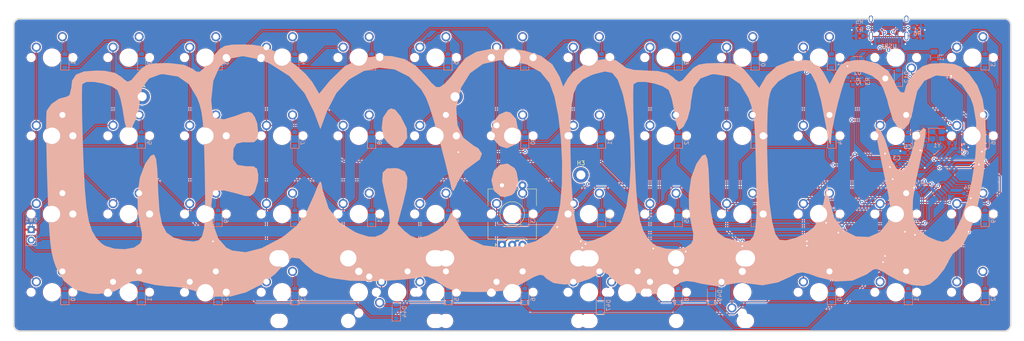
<source format=kicad_pcb>
(kicad_pcb (version 20211014) (generator pcbnew)
  (layers (0 "F.Cu" signal) (31 "B.Cu" signal) (34 "B.Paste" user) (35 "F.Paste" user) (36 "B.SilkS" user "B.Silkscreen") (37 "F.SilkS" user "F.Silkscreen") (38 "B.Mask" user) (39 "F.Mask" user) (44 "Edge.Cuts" user))
  (net 0 "")
  (net 1 "GND")
  (net 2 "Net-(C1-Pad2)")
  (net 3 "Net-(C3-Pad1)")
  (net 4 "+5V")
  (net 5 "row0")
  (net 6 "Net-(D1-Pad2)")
  (net 7 "Net-(D2-Pad2)")
  (net 8 "Net-(D3-Pad2)")
  (net 9 "Net-(D4-Pad2)")
  (net 10 "Net-(D5-Pad2)")
  (net 11 "Net-(D6-Pad2)")
  (net 12 "Net-(D7-Pad2)")
  (net 13 "Net-(D8-Pad2)")
  (net 14 "Net-(D9-Pad2)")
  (net 15 "Net-(D10-Pad2)")
  (net 16 "Net-(D11-Pad2)")
  (net 17 "Net-(D12-Pad2)")
  (net 18 "Net-(D13-Pad2)")
  (net 19 "row1")
  (net 20 "Net-(D14-Pad2)")
  (net 21 "Net-(D15-Pad2)")
  (net 22 "Net-(D16-Pad2)")
  (net 23 "Net-(D17-Pad2)")
  (net 24 "Net-(D18-Pad2)")
  (net 25 "Net-(D19-Pad2)")
  (net 26 "Net-(D20-Pad2)")
  (net 27 "Net-(D21-Pad2)")
  (net 28 "Net-(D22-Pad2)")
  (net 29 "Net-(D23-Pad2)")
  (net 30 "Net-(D24-Pad2)")
  (net 31 "Net-(D25-Pad2)")
  (net 32 "Net-(D26-Pad2)")
  (net 33 "row2")
  (net 34 "Net-(D27-Pad2)")
  (net 35 "Net-(D28-Pad2)")
  (net 36 "Net-(D29-Pad2)")
  (net 37 "Net-(D30-Pad2)")
  (net 38 "Net-(D31-Pad2)")
  (net 39 "Net-(D32-Pad2)")
  (net 40 "Net-(D33-Pad2)")
  (net 41 "Net-(D34-Pad2)")
  (net 42 "Net-(D35-Pad2)")
  (net 43 "Net-(D36-Pad2)")
  (net 44 "Net-(D37-Pad2)")
  (net 45 "Net-(D38-Pad2)")
  (net 46 "Net-(D39-Pad2)")
  (net 47 "row3")
  (net 48 "Net-(D40-Pad2)")
  (net 49 "Net-(D41-Pad2)")
  (net 50 "Net-(D42-Pad2)")
  (net 51 "Net-(D43-Pad2)")
  (net 52 "Net-(D44-Pad2)")
  (net 53 "Net-(D45-Pad2)")
  (net 54 "Net-(D46-Pad2)")
  (net 55 "Net-(D47-Pad2)")
  (net 56 "Net-(D48-Pad2)")
  (net 57 "Net-(D49-Pad2)")
  (net 58 "Net-(D50-Pad2)")
  (net 59 "Net-(D51-Pad2)")
  (net 60 "Net-(D52-Pad2)")
  (net 61 "VCC")
  (net 62 "col0")
  (net 63 "col1")
  (net 64 "col2")
  (net 65 "col3")
  (net 66 "col4")
  (net 67 "col5")
  (net 68 "col6")
  (net 69 "col7")
  (net 70 "col8")
  (net 71 "col9")
  (net 72 "col10")
  (net 73 "col11")
  (net 74 "col12")
  (net 75 "Net-(R1-Pad2)")
  (net 76 "DP+")
  (net 77 "D+")
  (net 78 "DP-")
  (net 79 "D-")
  (net 80 "Net-(R4-Pad2)")
  (net 81 "Net-(R5-Pad1)")
  (net 82 "Net-(R6-Pad1)")
  (net 83 "Net-(C2-Pad1)")
  (net 84 "Net-(C4-Pad2)")
  (net 86 "encb")
  (net 89 "enca")
  (footprint "MX_Only:MXOnly-1U-NoLED" (layer "F.Cu") (at 112.08 38.1)
    (fp_text reference "MX5")
    (fp_text value "MX-NoLED")
  )
  (footprint "MX_Only:MXOnly-1U-NoLED" (layer "F.Cu") (at 37.36 38.1)
    (fp_text reference "MX1")
    (fp_text value "MX-NoLED")
  )
  (footprint "MX_Only:MXOnly-1U-NoLED" (layer "F.Cu") (at 186.8 76.2)
    (fp_text reference "MX35")
    (fp_text value "MX-NoLED")
  )
  (footprint "MX_Only:MXOnly-1U-NoLED" (layer "F.Cu") (at 168.12 95.25)
    (fp_text reference "MX47")
    (fp_text value "MX-NoLED")
  )
  (footprint "keebio:RotaryEncoder_EC11-no-legs" (layer "F.Cu") (at 149.44 76.2 90)
    (fp_text reference "SW2")
    (fp_text value "RotaryEncoder_Switch")
  )
  (footprint "MX_Only:MXOnly-1U-NoLED" (layer "F.Cu") (at 74.72 95.25)
    (fp_text reference "MX42")
    (fp_text value "MX-NoLED")
  )
  (footprint "MX_Only:MXOnly-3U-ReversedStabilizers-NoLED" (layer "F.Cu") (at 149.44 95.25)
    (fp_text reference "MX56")
    (fp_text value "MX-NoLED")
  )
  (footprint "MX_Only:MXOnly-1U-NoLED" (layer "F.Cu") (at 37.36 95.25)
    (fp_text reference "MX40")
    (fp_text value "MX-NoLED")
  )
  (footprint "MX_Only:MXOnly-3U-ReversedStabilizers-NoLED" (layer "F.Cu") (at 186.8 95.25)
    (fp_text reference "MX58")
    (fp_text value "MX-NoLED")
  )
  (footprint "MX_Only:MXOnly-1U-NoLED" (layer "F.Cu") (at 205.48 76.2)
    (fp_text reference "MX36")
    (fp_text value "MX-NoLED")
  )
  (footprint "MX_Only:MXOnly-1U-NoLED" (layer "F.Cu") (at 74.72 76.2)
    (fp_text reference "MX29")
    (fp_text value "MX-NoLED")
  )
  (footprint "MX_Only:MXOnly-1U-NoLED" (layer "F.Cu") (at 56.04 57.15)
    (fp_text reference "MX15")
    (fp_text value "MX-NoLED")
  )
  (footprint "MX_Only:MXOnly-1U-NoLED" (layer "F.Cu") (at 186.8 57.15)
    (fp_text reference "MX22")
    (fp_text value "MX-NoLED")
  )
  (footprint "MX_Only:MXOnly-7U-ReversedStabilizers-NoLED" (layer "F.Cu") (at 149.44 95.25)
    (fp_text reference "MX55")
    (fp_text value "MX-NoLED")
  )
  (footprint "MX_Only:MXOnly-1U-NoLED" (layer "F.Cu") (at 224.16 38.1)
    (fp_text reference "MX11")
    (fp_text value "MX-NoLED")
  )
  (footprint "MountingHole:MountingHole_2.2mm_M2_DIN965_Pad" (layer "F.Cu") (at 59.321 47.625)
    (fp_text reference "H1")
    (fp_text value "MountingHole")
  )
  (footprint "MX_Only:MXOnly-1U-NoLED" (layer "F.Cu") (at 149.44 38.1)
    (fp_text reference "MX7")
    (fp_text value "MX-NoLED")
  )
  (footprint "MX_Only:MXOnly-1U-NoLED" (layer "F.Cu") (at 186.8 95.25)
    (fp_text reference "MX48")
    (fp_text value "MX-NoLED")
  )
  (footprint "MX_Only:MXOnly-1U-NoLED" (layer "F.Cu") (at 130.76 38.1)
    (fp_text reference "MX6")
    (fp_text value "MX-NoLED")
  )
  (footprint "MX_Only:MXOnly-1U-NoLED" (layer "F.Cu") (at 112.08 95.25 -90)
    (fp_text reference "MX44")
    (fp_text value "MX-NoLED")
  )
  (footprint "MX_Only:MXOnly-1U-NoLED" (layer "F.Cu") (at 37.36 76.2)
    (fp_text reference "MX27")
    (fp_text value "MX-NoLED")
  )
  (footprint "MX_Only:MXOnly-1U-NoLED" (layer "F.Cu") (at 56.04 38.1)
    (fp_text reference "MX2")
    (fp_text value "MX-NoLED")
  )
  (footprint "MX_Only:MXOnly-1U-NoLED" (layer "F.Cu") (at 130.76 57.15)
    (fp_text reference "MX19")
    (fp_text value "MX-NoLED")
  )
  (footprint "MX_Only:MXOnly-2U-ReversedStabilizers-NoLED" (layer "F.Cu") (at 121.42 95.244)
    (fp_text reference "MX53")
    (fp_text value "MX-NoLED")
  )
  (footprint "MX_Only:MXOnly-1U-NoLED" (layer "F.Cu") (at 149.44 95.25)
    (fp_text reference "MX46")
    (fp_text value "MX-NoLED")
  )
  (footprint "MX_Only:MXOnly-1U-NoLED" (layer "F.Cu") (at 261.52 95.25)
    (fp_text reference "MX52")
    (fp_text value "MX-NoLED")
  )
  (footprint "MX_Only:MXOnly-1U-NoLED" (layer "F.Cu") (at 205.48 95.25 90)
    (fp_text reference "MX49")
    (fp_text value "MX-NoLED")
  )
  (footprint "MX_Only:MXOnly-1U-NoLED" (layer "F.Cu") (at 224.16 57.15)
    (fp_text reference "MX24")
    (fp_text value "MX-NoLED")
  )
  (footprint "MX_Only:MXOnly-1U-NoLED" (layer "F.Cu") (at 130.76 76.2)
    (fp_text reference "MX32")
    (fp_text value "MX-NoLED")
  )
  (footprint "MX_Only:MXOnly-1U-NoLED" (layer "F.Cu") (at 261.52 76.2)
    (fp_text reference "MX39")
    (fp_text value "MX-NoLED")
  )
  (footprint "MX_Only:MXOnly-1U-NoLED" (layer "F.Cu") (at 168.12 57.15)
    (fp_text reference "MX21")
    (fp_text value "MX-NoLED")
  )
  (footprint "MX_Only:MXOnly-1U-NoLED" (layer "F.Cu") (at 242.84 38.1 180)
    (fp_text reference "MX12")
    (fp_text value "MX-NoLED")
  )
  (footprint "MX_Only:MXOnly-1U-NoLED" (layer "F.Cu") (at 149.44 76.2)
    (fp_text reference "MX33")
    (fp_text value "MX-NoLED")
  )
  (footprint "MX_Only:MXOnly-2U-ReversedStabilizers-NoLED" (layer "F.Cu") (at 177.46 95.244)
    (fp_text reference "MX57")
    (fp_text value "MX-NoLED")
  )
  (footprint "MX_Only:MXOnly-1U-NoLED" (layer "F.Cu") (at 205.48 57.15)
    (fp_text reference "MX23")
    (fp_text value "MX-NoLED")
  )
  (footprint "MountingHole:MountingHole_2.2mm_M2_DIN965_Pad" (layer "F.Cu") (at 135.521 47.625)
    (fp_text reference "H2")
    (fp_text value "MountingHole")
  )
  (footprint "MX_Only:MXOnly-1U-NoLED" (layer "F.Cu") (at 93.4 57.15)
    (fp_text reference "MX17")
    (fp_text value "MX-NoLED")
  )
  (footprint "MX_Only:MXOnly-1U-NoLED" (layer "F.Cu") (at 93.4 76.2)
    (fp_text reference "MX30")
    (fp_text value "MX-NoLED")
  )
  (footprint "MX_Only:MXOnly-1U-NoLED" (layer "F.Cu") (at 56.04 95.25)
    (fp_text reference "MX41")
    (fp_text value "MX-NoLED")
  )
  (footprint "MX_Only:MXOnly-1U-NoLED" (layer "F.Cu") (at 186.8 38.1)
    (fp_text reference "MX9")
    (fp_text value "MX-NoLED")
  )
  (footprint "MX_Only:MXOnly-1U-NoLED" (layer "F.Cu") (at 242.84 95.25)
    (fp_text reference "MX51")
    (fp_text value "MX-NoLED")
  )
  (footprint "MountingHole:MountingHole_2.2mm_M2_DIN965_Pad" (layer "F.Cu") (at 166.171 66.675)
    (fp_text reference "H3")
    (fp_text value "MountingHole")
  )
  (footprint "MX_Only:MXOnly-1U-NoLED" (layer "F.Cu") (at 205.48 38.1)
    (fp_text reference "MX10")
    (fp_text value "MX-NoLED")
  )
  (footprint "MX_Only:MXOnly-1U-NoLED" (layer "F.Cu") (at 168.12 38.1)
    (fp_text reference "MX8")
    (fp_text value "MX-NoLED")
  )
  (footprint "MX_Only:MXOnly-1U-NoLED" (layer "F.Cu") (at 74.72 38.1)
    (fp_text reference "MX3")
    (fp_text value "MX-NoLED")
  )
  (footprint "MX_Only:MXOnly-1U-NoLED" (layer "F.Cu") (at 149.44 57.15)
    (fp_text reference "MX20")
    (fp_text value "MX-NoLED")
  )
  (footprint "MX_Only:MXOnly-1U-NoLED" (layer "F.Cu") (at 112.08 76.2)
    (fp_text reference "MX31")
    (fp_text value "MX-NoLED")
  )
  (footprint "MX_Only:MXOnly-1U-NoLED" (layer "F.Cu") (at 112.08 57.15)
    (fp_text reference "MX18")
    (fp_text value "MX-NoLED")
  )
  (footprint "MX_Only:MXOnly-1U-NoLED" (layer "F.Cu") (at 93.4 38.1)
    (fp_text reference "MX4")
    (fp_text value "MX-NoLED")
  )
  (footprint "MX_Only:MXOnly-3U-ReversedStabilizers-NoLED" (layer "F.Cu") (at 112.08 95.25)
    (fp_text reference "MX54")
    (fp_text value "MX-NoLED")
  )
  (footprint "MX_Only:MXOnly-1U-NoLED" (layer "F.Cu") (at 56.04 76.2)
    (fp_text reference "MX28")
    (fp_text value "MX-NoLED")
  )
  (footprint "MX_Only:MXOnly-1U-NoLED" (layer "F.Cu") (at 242.84 76.2)
    (fp_text reference "MX38")
    (fp_text value "MX-NoLED")
  )
  (footprint "MX_Only:MXOnly-1U-NoLED" (layer "F.Cu") (at 261.52 57.15)
    (fp_text reference "MX26")
    (fp_text value "MX-NoLED")
  )
  (footprint "MX_Only:MXOnly-1U-NoLED" (layer "F.Cu") (at 242.84 57.15)
    (fp_text reference "MX25")
    (fp_text value "MX-NoLED")
  )
  (footprint "MX_Only:MXOnly-1U-NoLED" (layer "F.Cu") (at 74.72 57.15)
    (fp_text reference "MX16")
    (fp_text value "MX-NoLED")
  )
  (footprint "MX_Only:MXOnly-1U-NoLED" (layer "F.Cu") (at 168.12 76.2)
    (fp_text reference "MX34")
    (fp_text value "MX-NoLED")
  )
  (footprint "MX_Only:MXOnly-1U-NoLED" (layer "F.Cu") (at 130.76 95.25)
    (fp_text reference "MX45")
    (fp_text value "MX-NoLED")
  )
  (footprint "MX_Only:MXOnly-1U-NoLED" (layer "F.Cu") (at 224.16 76.2)
    (fp_text reference "MX37")
    (fp_text value "MX-NoLED")
  )
  (footprint "MX_Only:MXOnly-1U-NoLED" (layer "F.Cu") (at 37.36 57.15)
    (fp_text reference "MX14")
    (fp_text value "MX-NoLED")
  )
  (footprint "MX_Only:MXOnly-1U-NoLED" (layer "F.Cu") (at 261.52 38.1)
    (fp_text reference "MX13")
    (fp_text value "MX-NoLED")
  )
  (footprint "MX_Only:MXOnly-1U-NoLED" (layer "F.Cu") (at 93.4 95.25)
    (fp_text reference "MX43")
    (fp_text value "MX-NoLED")
  )
  (footprint "MX_Only:MXOnly-1U-NoLED" (layer "F.Cu") (at 224.16 95.25)
    (fp_text reference "MX50")
    (fp_text value "MX-NoLED")
  )
  (footprint "Diode_SMD:D_SOD-123" (layer "B.Cu") (at 77.8 57.9401 90)
    (fp_text reference "D16")
    (fp_text value "D_Small")
  )
  (footprint "Diode_SMD:D_SOD-123" (layer "B.Cu") (at 152.5 76.9889 90)
    (fp_text reference "D33")
    (fp_text value "D_Small")
  )
  (footprint "Diode_SMD:D_SOD-123" (layer "B.Cu") (at 59.1 76.9889 90)
    (fp_text reference "D28")
    (fp_text value "D_Small")
  )
  (footprint "Diode_SMD:D_SOD-123" (layer "B.Cu") (at 189.9 57.9401 90)
    (fp_text reference "D22")
    (fp_text value "D_Small")
  )
  (footprint "Diode_SMD:D_SOD-123" (layer "B.Cu") (at 152.5 38.8913 90)
    (fp_text reference "D7")
    (fp_text value "D_Small")
  )
  (footprint "Capacitor_SMD:C_0603_1608Metric" (layer "B.Cu") (at 256.6 58.9 180)
    (fp_text reference "C4")
    (fp_text value "22pF")
  )
  (footprint "rainfootprints:minibaen" (layer "B.Cu") (at 149.45 66.65 180)
    (fp_text reference "G***" hide)
    (fp_text value "LOGO" hide)
  )
  (footprint "Diode_SMD:D_SOD-123" (layer "B.Cu") (at 40.5 76.9889 90)
    (fp_text reference "D27")
    (fp_text value "D_Small")
  )
  (footprint "Diode_SMD:D_SOD-123" (layer "B.Cu") (at 40.5 96.0377 90)
    (fp_text reference "D40")
    (fp_text value "D_Small")
  )
  (footprint "Diode_SMD:D_SOD-123" (layer "B.Cu") (at 40.5 57.9401 90)
    (fp_text reference "D14")
    (fp_text value "D_Small")
  )
  (footprint "Package_TO_SOT_SMD:SOT-143" (layer "B.Cu") (at 233.5 39.4)
    (fp_text reference "U2")
    (fp_text value "PRTR5V0U2X")
  )
  (footprint "Diode_SMD:D_SOD-123" (layer "B.Cu") (at 264.6 76.9889 90)
    (fp_text reference "D39")
    (fp_text value "D_Small")
  )
  (footprint "Resistor_SMD:R_0603_1608Metric" (layer "B.Cu") (at 234 32.8 180)
    (fp_text reference "R7")
    (fp_text value "1M")
  )
  (footprint "Diode_SMD:D_SOD-123" (layer "B.Cu") (at 198 96.0377 90)
    (fp_text reference "D49")
    (fp_text value "D_Small")
  )
  (footprint "Resistor_SMD:R_0603_1608Metric" (layer "B.Cu") (at 260.3 71.2 180)
    (fp_text reference "R4")
    (fp_text value "10k")
  )
  (footprint "Capacitor_SMD:C_0603_1608Metric" (layer "B.Cu") (at 248.9 59.5 180)
    (fp_text reference "C6")
    (fp_text value "0.1uF")
  )
  (footprint "Diode_SMD:D_SOD-123" (layer "B.Cu") (at 208.6 76.9889 90)
    (fp_text reference "D36")
    (fp_text value "D_Small")
  )
  (footprint "Diode_SMD:D_SOD-123" (layer "B.Cu") (at 208.6 57.9401 90)
    (fp_text reference "D23")
    (fp_text value "D_Small")
  )
  (footprint "Diode_SMD:D_SOD-123" (layer "B.Cu") (at 115.2 38.8913 90)
    (fp_text reference "D5")
    (fp_text value "D_Small")
  )
  (footprint "Type-C:HRO-TYPE-C-31-M-12" (layer "B.Cu") (at 241.118 26.0775)
    (fp_text reference "USB1")
    (fp_text value "HRO-TYPE-C-31-M-12")
  )
  (footprint "Diode_SMD:D_SOD-123" (layer "B.Cu") (at 133.8 38.8913 90)
    (fp_text reference "D6")
    (fp_text value "D_Small")
  )
  (footprint "Diode_SMD:D_SOD-123" (layer "B.Cu") (at 115.2 57.9401 90)
    (fp_text reference "D18")
    (fp_text value "D_Small")
  )
  (footprint "Diode_SMD:D_SOD-123" (layer "B.Cu") (at 208.6 38.8913 90)
    (fp_text reference "D10")
    (fp_text value "D_Small")
  )
  (footprint "Crystal:Crystal_SMD_3225-4Pin_3.2x2.5mm" (layer "B.Cu") (at 252.9 57)
    (fp_text reference "Y1")
    (fp_text value "Crystal_GND24_Small")
  )
  (footprint "Diode_SMD:D_SOD-123" (layer "B.Cu") (at 77.8 38.8913 90)
    (fp_text reference "D3")
    (fp_text value "D_Small")
  )
  (footprint "Diode_SMD:D_SOD-123" (layer "B.Cu") (at 77.8 76.9889 90)
    (fp_text reference "D29")
    (fp_text value "D_Small")
  )
  (footprint "Resistor_SMD:R_0603_1608Metric" (layer "B.Cu") (at 234.6 43.9 90)
    (fp_text reference "R3")
    (fp_text value "22")
  )
  (footprint "Diode_SMD:D_SOD-123" (layer "B.Cu") (at 245.9 57.9401 90)
    (fp_text reference "D25")
    (fp_text value "D_Small")
  )
  (footprint "Diode_SMD:D_SOD-123" (layer "B.Cu") (at 59.2 38.8913 90)
    (fp_text reference "D2")
    (fp_text value "D_Small")
  )
  (footprint "Diode_SMD:D_SOD-123" (layer "B.Cu") (at 96.5 76.9889 90)
    (fp_text reference "D30")
    (fp_text value "D_Small")
  )
  (footprint "Package_QFP:TQFP-32_7x7mm_P0.8mm" (layer "B.Cu") (at 252.2 66.675 -135)
    (fp_text reference "U1")
    (fp_text value "ATmega32U2-A")
  )
  (footprint "Diode_SMD:D_SOD-123" (layer "B.Cu") (at 189.9 38.8913 90)
    (fp_text reference "D9")
    (fp_text value "D_Small")
  )
  (footprint "Capacitor_SMD:C_0603_1608Metric" (layer "B.Cu") (at 243.1 64 180)
    (fp_text reference "C3")
    (fp_text value "1uF")
  )
  (footprint "Diode_SMD:D_SOD-123" (layer "B.Cu") (at 96.5 96.0377 90)
    (fp_text reference "D43")
    (fp_text value "D_Small")
  )
  (footprint "Diode_SMD:D_SOD-123" (layer "B.Cu") (at 227.3 57.9401 90)
    (fp_text reference "D24")
    (fp_text value "D_Small")
  )
  (footprint "Resistor_SMD:R_0603_1608Metric" (layer "B.Cu") (at 232.4 43.9 90)
    (fp_text reference "R2")
    (fp_text value "22")
  )
  (footprint "Diode_SMD:D_SOD-123" (layer "B.Cu") (at 59.1 57.9401 90)
    (fp_text reference "D15")
    (fp_text value "D_Small")
  )
  (footprint "Diode_SMD:D_SOD-123" (layer "B.Cu") (at 189.9 76.9889 90)
    (fp_text reference "D35")
    (fp_text value "D_Small")
  )
  (footprint "Connector_PinHeader_2.54mm:PinHeader_1x02_P2.54mm_Vertical" (layer "B.Cu") (at 32.3 80 180)
    (fp_text reference "SW1")
    (fp_text value "SW_Push")
  )
  (footprint "Diode_SMD:D_SOD-123" (layer "B.Cu") (at 264.6 96.0377 90)
    (fp_text reference "D52")
    (fp_text value "D_Small")
  )
  (footprint "Diode_SMD:D_SOD-123" (layer "B.Cu") (at 115.2 76.9889 90)
    (fp_text reference "D31")
    (fp_text value "D_Small")
  )
  (footprint "Diode_SMD:D_SOD-123" (layer "B.Cu") (at 189.9 96.0377 90)
    (fp_text reference "D48")
    (fp_text value "D_Small")
  )
  (footprint "Diode_SMD:D_SOD-123" (layer "B.Cu") (at 133.9 96.0377 90)
    (fp_text reference "D45")
    (fp_text value "D_Small")
  )
  (footprint "Diode_SMD:D_SOD-123" (layer "B.Cu") (at 96.5 57.9401 90)
    (fp_text reference "D17")
    (fp_text value "D_Small")
  )
  (footprint "Diode_SMD:D_SOD-123" (layer "B.Cu") (at 227.3 76.9889 90)
    (fp_text reference "D37")
    (fp_text value "D_Small")
  )
  (footprint "Resistor_SMD:R_0603_1608Metric" (layer "B.Cu") (at 242.9 68.9)
    (fp_text reference "R1")
    (fp_text value "10k")
  )
  (footprint "Diode_SMD:D_SOD-123" (layer "B.Cu") (at 152.5 96.0377 90)
    (fp_text reference "D46")
    (fp_text value "D_Small")
  )
  (footprint "Diode_SMD:D_SOD-123" (layer "B.Cu") (at 133.9 76.9889 90)
    (fp_text reference "D32")
    (fp_text value "D_Small")
  )
  (footprint "Diode_SMD:D_SOD-123" (layer "B.Cu") (at 171.2 76.9889 90)
    (fp_text reference "D34")
    (fp_text value "D_Small")
  )
  (footprint "Diode_SMD:D_SOD-123" (layer "B.Cu") (at 133.8 57.9401 90)
    (fp_text reference "D19")
    (fp_text value "D_Small")
  )
  (footprint "Diode_SMD:D_SOD-123" (layer "B.Cu") (at 170.9 98.4188 90)
    (fp_text reference "D47")
    (fp_text value "D_Small")
  )
  (footprint "Fuse:Fuse_1206_3216Metric" (layer "B.Cu") (at 252.2 38.1 90)
    (fp_text reference "F1")
    (fp_text value "500mA")
  )
  (footprint "Diode_SMD:D_SOD-123" (layer "B.Cu") (at 77.8 96.0377 90)
    (fp_text reference "D42")
    (fp_text value "D_Small")
  )
  (footprint "Resistor_SMD:R_0603_1608Metric" (layer "B.Cu") (at 234 30.8 180)
    (fp_text reference "R5")
    (fp_text value "5k1")
  )
  (footprint "Capacitor_SMD:C_0603_1608Metric" (layer "B.Cu") (at 245.8 61.3 180)
    (fp_text reference "C5")
    (fp_text value "0.1uF")
  )
  (footprint "Resistor_SMD:R_0603_1608Metric" (layer "B.Cu") (at 248.1 30.8)
    (fp_text reference "R6")
    (fp_text value "5k1")
  )
  (footprint "Diode_SMD:D_SOD-123" (layer "B.Cu") (at 171.2 57.9401 90)
    (fp_text reference "D21")
    (fp_text value "D_Small")
  )
  (footprint "Diode_SMD:D_SOD-123" (layer "B.Cu") (at 227.2 38.8913 90)
    (fp_text reference "D11")
    (fp_text value "D_Small")
  )
  (footprint "Diode_SMD:D_SOD-123" (layer "B.Cu") (at 121.2 100.0062 90)
    (fp_text reference "D44")
    (fp_text value "D_Small")
  )
  (footprint "Diode_SMD:D_SOD-123" (layer "B.Cu") (at 246 76.9889 90)
    (fp_text reference "D38")
    (fp_text value "D_Small")
  )
  (footprint "Diode_SMD:D_SOD-123" (layer "B.Cu") (at 243.5 42.8598 90)
    (fp_text reference "D12")
    (fp_text value "D_Small")
  )
  (footprint "Diode_SMD:D_SOD-123" (layer "B.Cu") (at 40.5 38.8913 90)
    (fp_text reference "D1")
    (fp_text value "D_Small")
  )
  (footprint "Diode_SMD:D_SOD-123" (layer "B.Cu") (at 227.2 96.0377 90)
    (fp_text reference "D50")
    (fp_text value "D_Small")
  )
  (footprint "Diode_SMD:D_SOD-123" (layer "B.Cu") (at 171.2 38.8913 90)
    (fp_text reference "D8")
    (fp_text value "D_Small")
  )
  (footprint "Capacitor_SMD:C_0603_1608Metric" (layer "B.Cu") (at 258.8 60.5 45)
    (fp_text reference "C7")
    (fp_text value "10uF")
  )
  (footprint "Diode_SMD:D_SOD-123" (layer "B.Cu") (at 152.5 57.9401 90)
    (fp_text reference "D20")
    (fp_text value "D_Small")
  )
  (footprint "Diode_SMD:D_SOD-123" (layer "B.Cu") (at 59.1 96.0377 90)
    (fp_text reference "D41")
    (fp_text value "D_Small")
  )
  (footprint "Capacitor_SMD:C_0603_1608Metric" (layer "B.Cu") (at 248.1 32.8 180)
    (fp_text reference "C1")
    (fp_text value "4.7n")
  )
  (footprint "Diode_SMD:D_SOD-123" (layer "B.Cu") (at 264.6 38.8913 90)
    (fp_text reference "D13")
    (fp_text value "D_Small")
  )
  (footprint "Diode_SMD:D_SOD-123" (layer "B.Cu") (at 264.6 57.9401 90)
    (fp_text reference "D26")
    (fp_text value "D_Small")
  )
  (footprint "Capacitor_SMD:C_0603_1608Metric" (layer "B.Cu") (at 249.8 56.6 -90)
    (fp_text reference "C2")
    (fp_text value "22pF")
  )
  (footprint "Diode_SMD:D_SOD-123" (layer "B.Cu") (at 245.9 96.0377 90)
    (fp_text reference "D51")
    (fp_text value "D_Small")
  )
  (footprint "Diode_SMD:D_SOD-123" (layer "B.Cu") (at 96.5 38.8913 90)
    (fp_text reference "D4")
    (fp_text value "D_Small")
  )
  (gr_arc (start 29.5835 104.775032) (mid 28.460968 104.310064) (end 27.996 103.187532) (layer "Edge.Cuts") (width 0.2))
  (gr_line (start 29.5835 28.575032) (end 269.296 28.575032) (layer "Edge.Cuts") (width 0.2))
  (gr_arc (start 270.8835 103.187532) (mid 270.418532 104.310064) (end 269.296 104.775032) (layer "Edge.Cuts") (width 0.2))
  (gr_arc (start 269.296 28.575032) (mid 270.418532 29.04) (end 270.8835 30.162532) (layer "Edge.Cuts") (width 0.2))
  (gr_arc (start 27.996 30.162532) (mid 28.460968 29.04) (end 29.5835 28.575032) (layer "Edge.Cuts") (width 0.2))
  (gr_line (start 27.996 103.187532) (end 27.996 30.162532) (layer "Edge.Cuts") (width 0.2))
  (gr_line (start 270.8835 30.162532) (end 270.8835 103.187532) (layer "Edge.Cuts") (width 0.2))
  (gr_line (start 269.296 104.775032) (end 29.5835 104.775032) (layer "Edge.Cuts") (width 0.2))
  (via (at 241.4263 64.765) (size 0.8) (drill 0.4) (layers "F.Cu" "B.Cu") (net 1))
  (via (at 249.9311 31.3684) (size 0.8) (drill 0.4) (layers "F.Cu" "B.Cu") (net 1))
  (via (at 244.6845 59.103) (size 0.8) (drill 0.4) (layers "F.Cu" "B.Cu") (net 1))
  (via (at 231.1 40.2) (size 0.8) (drill 0.4) (layers "F.Cu" "B.Cu") (net 1))
  (via (at 243.9719 60.8737) (size 0.8) (drill 0.4) (layers "F.Cu" "B.Cu") (net 1))
  (via (at 249.9176 64.9582) (size 0.8) (drill 0.4) (layers "F.Cu" "B.Cu") (net 1))
  (via (at 260.5141 59.952) (size 0.8) (drill 0.4) (layers "F.Cu" "B.Cu") (net 1))
  (via (at 261.125 72.3221) (size 0.8) (drill 0.4) (layers "F.Cu" "B.Cu") (net 1))
  (via (at 255.3136 55.8765) (size 0.8) (drill 0.4) (layers "F.Cu" "B.Cu") (net 1))
  (via (at 237.0396 34.8228) (size 0.8) (drill 0.4) (layers "F.Cu" "B.Cu") (net 1))
  (via (at 32.3 78.9181) (size 0.8) (drill 0.4) (layers "F.Cu" "B.Cu") (net 1))
  (via (at 232.1458 31.3684) (size 0.8) (drill 0.4) (layers "F.Cu" "B.Cu") (net 1))
  (via (at 245.1964 34.8228) (size 0.8) (drill 0.4) (layers "F.Cu" "B.Cu") (net 1))
  (segment (start 254 56.15) (end 254.2 55.9505) (width 0.25) (layer "B.Cu") (net 1))
  (segment (start 250.566 57.85) (end 251.8 57.85) (width 0.25) (layer "B.Cu") (net 1))
  (segment (start 249.9176 64.9582) (end 248.912 63.9526) (width 0.25) (layer "B.Cu") (net 1))
  (segment (start 257.64 56.4395) (end 257.64 58.6355) (width 0.25) (layer "B.Cu") (net 1))
  (segment (start 248.912 63.9526) (end 248.912 63.912) (width 0.25) (layer "B.Cu") (net 1))
  (segment (start 254 56.15) (end 252.9 55.0505) (width 0.25) (layer "B.Cu") (net 1))
  (segment (start 233.175 31.3684) (end 233.175 30.8) (width 0.25) (layer "B.Cu") (net 1))
  (segment (start 252.9 55.0505) (end 249.315 55.0505) (width 0.25) (layer "B.Cu") (net 1))
  (segment (start 254.2 55.9505) (end 255.2396 55.9505) (width 0.25) (layer "B.Cu") (net 1))
  (segment (start 261.125 72.3221) (end 261.125 71.2) (width 0.25) (layer "B.Cu") (net 1))
  (segment (start 245.008 58.7795) (end 247.4045 58.7795) (width 0.25) (layer "B.Cu") (net 1))
  (segment (start 255.2396 55.9505) (end 257.15 55.9505) (width 0.25) (layer "B.Cu") (net 1))
  (segment (start 249.4934 31.3684) (end 248.925 30.8) (width 0.25) (layer "B.Cu") (net 1))
  (segment (start 249.9453 57.2297) (end 249.9453 57.2296) (width 0.25) (layer "B.Cu") (net 1))
  (segment (start 244.6845 59.103) (end 245.008 58.7795) (width 0.25) (layer "B.Cu") (net 1))
  (segment (start 242.325 64) (end 242.4 64) (width 0.25) (layer "B.Cu") (net 1))
  (segment (start 233.175 32.8) (end 233.175 31.3684) (width 0.25) (layer "B.Cu") (net 1))
  (segment (start 32.3 77.9) (end 32.3 78.9181) (width 0.25) (layer "B.Cu") (net 1))
  (segment (start 32.3 80) (end 32.3 78.9181) (width 0.25) (layer "B.Cu") (net 1))
  (segment (start 248.912 63.912) (end 248 63) (width 0.25) (layer "B.Cu") (net 1))
  (segment (start 249 55.3653) (end 249 56.2847) (width 0.25) (layer "B.Cu") (net 1))
  (segment (start 232.4 40.17) (end 231.13 40.17) (width 0.25) (layer "B.Cu") (net 1))
  (segment (start 243.9719 60.8737) (end 244.5987 60.8737) (width 0.25) (layer "B.Cu") (net 1))
  (segment (start 243.3 63.1) (end 243.7 63.1) (width 0.25) (layer "B.Cu") (net 1))
  (segment (start 259.348 59.952) (end 260.5141 59.952) (width 0.25) (layer "B.Cu") (net 1))
  (segment (start 237.0396 34.8228) (end 237.893 34.8228) (width 0.25) (layer "B.Cu") (net 1))
  (segment (start 249 56.2847) (end 249.9453 57.2296) (width 0.25) (layer "B.Cu") (net 1))
  (segment (start 244.5987 60.8737) (end 245.025 61.3) (width 0.25) (layer "B.Cu") (net 1))
  (segment (start 257.375 59.8029) (end 254.357 62.8213) (width 0.25) (layer "B.Cu") (net 1))
  (segment (start 249.315 55.0505) (end 249 55.3653) (width 0.25) (layer "B.Cu") (net 1))
  (segment (start 249.8 57.375) (end 249.9453 57.2297) (width 0.25) (layer "B.Cu") (net 1))
  (segment (start 255.3136 55.8765) (end 255.2396 55.9505) (width 0.25) (layer "B.Cu") (net 1))
  (segment (start 257.375 58.9) (end 257.375 59.8029) (width 0.25) (layer "B.Cu") (net 1))
  (segment (start 257.15 55.9505) (end 257.64 56.4395) (width 0.25) (layer "B.Cu") (net 1))
  (segment (start 249.9311 31.3684) (end 249.4934 31.3684) (width 0.25) (layer "B.Cu") (net 1))
  (segment (start 232.1458 31.3684) (end 233.175 31.3684) (width 0.25) (layer "B.Cu") (net 1))
  (segment (start 244.343 33.7725) (end 244.343 34.8228) (width 0.25) (layer "B.Cu") (net 1))
  (segment (start 237.893 33.7725) (end 237.893 34.8228) (width 0.25) (layer "B.Cu") (net 1))
  (segment (start 257.64 58.6355) (end 257.375 58.9) (width 0.25) (layer "B.Cu") (net 1))
  (segment (start 248.925 30.8) (end 248.875 30.85) (width 0.25) (layer "B.Cu") (net 1))
  (segment (start 249.9453 57.2296) (end 250.566 57.85) (width 0.25) (layer "B.Cu") (net 1))
  (segment (start 242.4 64) (end 243.3 63.1) (width 0.25) (layer "B.Cu") (net 1))
  (segment (start 245.1964 34.8228) (end 244.343 34.8228) (width 0.25) (layer "B.Cu") (net 1))
  (segment (start 231.13 40.17) (end 231.1 40.2) (width 0.25) (layer "B.Cu") (net 1))
  (segment (start 241.56 64.765) (end 242.325 64) (width 0.25) (layer "B.Cu") (net 1))
  (segment (start 247.4045 58.7795) (end 248.125 59.5) (width 0.25) (layer "B.Cu") (net 1))
  (segment (start 248.875 30.85) (end 248.875 32.8) (width 0.25) (layer "B.Cu") (net 1))
  (segment (start 241.4263 64.765) (end 241.56 64.765) (width 0.25) (layer "B.Cu") (net 1))
  (segment (start 245.318 32.9771) (end 245.438 32.8575) (width 0.25) (layer "F.Cu") (net 2))
  (segment (start 236.918 32.9771) (end 245.318 32.9771) (width 0.25) (layer "F.Cu") (net 2))
  (segment (start 236.798 32.8575) (end 236.918 32.9771) (width 0.25) (layer "F.Cu") (net 2))
  (segment (start 245.438 32.8575) (end 245.075 32.495) (width 0.25) (layer "B.Cu") (net 2))
  (segment (start 236.74 32.8) (end 236.798 32.8575) (width 0.25) (layer "B.Cu") (net 2))
  (segment (start 236.925 28.8266) (end 236.798 28.7001) (width 0.25) (layer "B.Cu") (net 2))
  (segment (start 245.496 32.8) (end 245.438 32.8575) (width 0.25) (layer "B.Cu") (net 2))
  (segment (start 236.798 32.8575) (end 236.925 32.731) (width 0.25) (layer "B.Cu") (net 2))
  (segment (start 247.325 32.8) (end 245.496 32.8) (width 0.25) (layer "B.Cu") (net 2))
  (segment (start 245.075 32.495) (end 245.075 29.0626) (width 0.25) (layer "B.Cu") (net 2))
  (segment (start 236.925 32.731) (end 236.925 28.8266) (width 0.25) (layer "B.Cu") (net 2))
  (segment (start 234.825 32.8) (end 236.74 32.8) (width 0.25) (layer "B.Cu") (net 2))
  (segment (start 245.075 29.0626) (end 245.438 28.7001) (width 0.25) (layer "B.Cu") (net 2))
  (segment (start 247.528 63.7) (end 248.346 64.5183) (width 0.25) (layer "B.Cu") (net 3))
  (segment (start 243.875 64) (end 244.175 63.7) (width 0.25) (layer "B.Cu") (net 3))
  (segment (start 248.3463 64.5183) (end 248.346 64.5183) (width 0.25) (layer "B.Cu") (net 3))
  (segment (start 244.175 63.7) (end 247.528 63.7) (width 0.25) (layer "B.Cu") (net 3))
  (segment (start 259.202 54.0517) (end 258.15 53) (width 0.25) (layer "F.Cu") (net 4))
  (segment (start 258.15 53) (end 248.1 53) (width 0.25) (layer "F.Cu") (net 4))
  (segment (start 248.8 60.7) (end 242.1 67.4) (width 0.25) (layer "F.Cu") (net 4))
  (segment (start 246.7 54.4) (end 246.7 58.6) (width 0.25) (layer "F.Cu") (net 4))
  (segment (start 259.202 60.9169) (end 259.202 54.0517) (width 0.25) (layer "F.Cu") (net 4))
  (segment (start 248.1 53) (end 246.7 54.4) (width 0.25) (layer "F.Cu") (net 4))
  (segment (start 259.401 61.1163) (end 259.202 60.9169) (width 0.25) (layer "F.Cu") (net 4))
  (segment (start 246.7 58.6) (end 248.8 60.7) (width 0.25) (layer "F.Cu") (net 4))
  (segment (start 242.1 67.4) (end 242.1 67.7) (width 0.25) (layer "F.Cu") (net 4))
  (via (at 259.401 61.1163) (size 0.8) (drill 0.4) (layers "F.Cu" "B.Cu") (net 4))
  (via (at 242.1 67.7) (size 0.8) (drill 0.4) (layers "F.Cu" "B.Cu") (net 4))
  (via (at 248.8 60.7) (size 0.8) (drill 0.4) (layers "F.Cu" "B.Cu") (net 4))
  (segment (start 247.175 60.7) (end 246.575 61.3) (width 0.25) (layer "B.Cu") (net 4))
  (segment (start 258.252 57.148) (end 259.202 56.1984) (width 0.25) (layer "B.Cu") (net 4))
  (segment (start 248.8 60.375) (end 249.675 59.5) (width 0.25) (layer "B.Cu") (net 4))
  (segment (start 259.333 61.048) (end 259.401 61.1163) (width 0.25) (layer "B.Cu") (net 4))
  (segment (start 249.653 61.3) (end 250.609 62.2556) (width 0.25) (layer "B.Cu") (net 4))
  (segment (start 248.8 60.7) (end 248.8 60.375) (width 0.25) (layer "B.Cu") (net 4))
  (segment (start 257.261 61.048) (end 254.922 63.387) (width 0.25) (layer "B.Cu") (net 4))
  (segment (start 259.202 56.1897) (end 259.7 55.6913) (width 0.25) (layer "B.Cu") (net 4))
  (segment (start 242.1 67.7) (end 242.1 68.875) (width 0.25) (layer "B.Cu") (net 4))
  (segment (start 259.202 56.1984) (end 259.202 56.1897) (width 0.25) (layer "B.Cu") (net 4))
  (segment (start 258.252 61.048) (end 258.252 57.148) (width 0.25) (layer "B.Cu") (net 4))
  (segment (start 259.7 47) (end 252.2 39.5) (width 0.25) (layer "B.Cu") (net 4))
  (segment (start 248.8 60.7) (end 247.175 60.7) (width 0.25) (layer "B.Cu") (net 4))
  (segment (start 258.252 61.048) (end 257.261 61.048) (width 0.25) (layer "B.Cu") (net 4))
  (segment (start 249.675 59.5) (end 249.675 60.1902) (width 0.25) (layer "B.Cu") (net 4))
  (segment (start 251.1748 61.6898) (end 251.175 61.6899) (width 0.25) (layer "B.Cu") (net 4))
  (segment (start 259.7 55.6913) (end 259.7 47) (width 0.25) (layer "B.Cu") (net 4))
  (segment (start 258.252 61.048) (end 259.333 61.048) (width 0.25) (layer "B.Cu") (net 4))
  (segment (start 249.675 60.1902) (end 251.1748 61.6898) (width 0.25) (layer "B.Cu") (net 4))
  (segment (start 246.575 61.3) (end 249.653 61.3) (width 0.25) (layer "B.Cu") (net 4))
  (segment (start 251.1747 61.6899) (end 251.1748 61.6898) (width 0.25) (layer "B.Cu") (net 4))
  (segment (start 242.1 68.875) (end 242.075 68.9) (width 0.25) (layer "B.Cu") (net 4))
  (segment (start 256.333 42.5513) (end 256.1243 42.76) (width 0.25) (layer "F.Cu") (net 5))
  (segment (start 256.1243 42.76) (end 246.3546 42.76) (width 0.25) (layer "F.Cu") (net 5))
  (via (at 246.3546 42.76) (size 0.8) (drill 0.4) (layers "F.Cu" "B.Cu") (net 5))
  (via (at 256.333 42.5513) (size 0.8) (drill 0.4) (layers "F.Cu" "B.Cu") (net 5))
  (segment (start 267.8013 45.7916) (end 267.8013 59.2987) (width 0.25) (layer "B.Cu") (net 5))
  (segment (start 243.5 44.5098) (end 242.5747 44.5098) (width 0.25) (layer "B.Cu") (net 5))
  (segment (start 182.2597 34.0689) (end 175.7873 40.5413) (width 0.25) (layer "B.Cu") (net 5))
  (segment (start 264.6 40.5413) (end 264.6 40.9289) (width 0.25) (layer "B.Cu") (net 5))
  (segment (start 230.0723 43.8012) (end 238.1474 43.8012) (width 0.25) (layer "B.Cu") (net 5))
  (segment (start 209.5253 40.5413) (end 209.9129 40.9289) (width 0.25) (layer "B.Cu") (net 5))
  (segment (start 52.8222 34.0794) (end 53.6913 34.9485) (width 0.25) (layer "B.Cu") (net 5))
  (segment (start 77.8 40.5413) (end 73.8409 40.5413) (width 0.25) (layer "B.Cu") (net 5))
  (segment (start 162.178 34.0871) (end 155.7238 40.5413) (width 0.25) (layer "B.Cu") (net 5))
  (segment (start 267.1261 45.1164) (end 267.8013 45.7916) (width 0.25) (layer "B.Cu") (net 5))
  (segment (start 238.9913 44.6451) (end 242.4394 44.6451) (width 0.25) (layer "B.Cu") (net 5))
  (segment (start 264.6 40.9289) (end 264.6 41.3166) (width 0.25) (layer "B.Cu") (net 5))
  (segment (start 50.3516 34.0794) (end 52.8222 34.0794) (width 0.25) (layer "B.Cu") (net 5))
  (segment (start 124.4607 40.5413) (end 124.4607 35.9858) (width 0.25) (layer "B.Cu") (net 5))
  (segment (start 257.9808 64.8541) (end 264.3459 64.8541) (width 0.25) (layer "B.Cu") (net 5))
  (segment (start 40.5 40.5413) (end 43.8897 40.5413) (width 0.25) (layer "B.Cu") (net 5))
  (segment (start 171.2 40.5413) (end 167.2292 40.5413) (width 0.25) (layer "B.Cu") (net 5))
  (segment (start 72.3713 34.9485) (end 71.5022 34.0794) (width 0.25) (layer "B.Cu") (net 5))
  (segment (start 53.6913 39.0367) (end 55.1959 40.5413) (width 0.25) (layer "B.Cu") (net 5))
  (segment (start 203.1608 34.9837) (end 202.2642 34.0871) (width 0.25) (layer "B.Cu") (net 5))
  (segment (start 209.9129 40.9289) (end 227.2 40.9289) (width 0.25) (layer "B.Cu") (net 5))
  (segment (start 267.8013 61.3987) (end 267.8013 59.2987) (width 0.25) (layer "B.Cu") (net 5))
  (segment (start 53.6913 34.9485) (end 53.6913 39.0367) (width 0.25) (layer "B.Cu") (net 5))
  (segment (start 43.8897 40.5413) (end 50.3516 34.0794) (width 0.25) (layer "B.Cu") (net 5))
  (segment (start 147.0702 37.0306) (end 147.0702 39.0593) (width 0.25) (layer "B.Cu") (net 5))
  (segment (start 79.4985 40.5413) (end 77.8 40.5413) (width 0.25) (layer "B.Cu") (net 5))
  (segment (start 257.9808 64.854) (end 257.9808 64.8541) (width 0.25) (layer "B.Cu") (net 5))
  (segment (start 202.2642 34.0871) (end 198.0327 34.0871) (width 0.25) (layer "B.Cu") (net 5))
  (segment (start 147.1363 34.9624) (end 147.1363 36.9645) (width 0.25) (layer "B.Cu") (net 5))
  (segment (start 264.3459 64.8541) (end 267.8013 61.3987) (width 0.25) (layer "B.Cu") (net 5))
  (segment (start 204.6059 40.5413) (end 203.1608 39.0962) (width 0.25) (layer "B.Cu") (net 5))
  (segment (start 72.3713 39.0717) (end 72.3713 34.9485) (width 0.25) (layer "B.Cu") (net 5))
  (segment (start 244.4745 42.76) (end 243.5 43.7345) (width 0.25) (layer "B.Cu") (net 5))
  (segment (start 167.2292 40.5413) (end 165.8008 39.1129) (width 0.25) (layer "B.Cu") (net 5))
  (segment (start 73.8409 40.5413) (end 72.3713 39.0717) (width 0.25) (layer "B.Cu") (net 5))
  (segment (start 109.7028 40.5413) (end 109.7028 37.1972) (width 0.25) (layer "B.Cu") (net 5))
  (segment (start 209.0627 40.5413) (end 208.6 40.5413) (width 0.25) (layer "B.Cu") (net 5))
  (segment (start 185.9297 40.5413) (end 184.4565 39.0681) (width 0.25) (layer "B.Cu") (net 5))
  (segment (start 148.5522 40.5413) (end 152.5 40.5413) (width 0.25) (layer "B.Cu") (net 5))
  (segment (start 55.1959 40.5413) (end 59.2 40.5413) (width 0.25) (layer "B.Cu") (net 5))
  (segment (start 109.769 34.8824) (end 106.4347 31.5481) (width 0.25) (layer "B.Cu") (net 5))
  (segment (start 246.3546 42.76) (end 244.4745 42.76) (width 0.25) (layer "B.Cu") (net 5))
  (segment (start 143.2576 31.0837) (end 147.1363 34.9624) (width 0.25) (layer "B.Cu") (net 5))
  (segment (start 266.9008 44.2543) (end 267.1261 44.4796) (width 0.25) (layer "B.Cu") (net 5))
  (segment (start 198.0327 34.0871) (end 191.5785 40.5413) (width 0.25) (layer "B.Cu") (net 5))
  (segment (start 184.4565 39.0681) (end 184.4565 34.9067) (width 0.25) (layer "B.Cu") (net 5))
  (segment (start 203.1608 39.0962) (end 203.1608 34.9837) (width 0.25) (layer "B.Cu") (net 5))
  (segment (start 129.3628 31.0837) (end 143.2576 31.0837) (width 0.25) (layer "B.Cu") (net 5))
  (segment (start 62.5697 40.5413) (end 59.2 40.5413) (width 0.25) (layer "B.Cu") (net 5))
  (segment (start 183.6187 34.0689) (end 182.2597 34.0689) (width 0.25) (layer "B.Cu") (net 5))
  (segment (start 267.8013 59.2987) (end 267.8013 59.6987) (width 0.25) (layer "B.Cu") (net 5))
  (segment (start 264.6 40.9289) (end 257.9554 40.9289) (width 0.25) (layer "B.Cu") (net 5))
  (segment (start 164.9042 34.0871) (end 162.178 34.0871) (width 0.25) (layer "B.Cu") (net 5))
  (segment (start 109.769 37.131) (end 109.769 34.8824) (width 0.25) (layer "B.Cu") (net 5))
  (segment (start 242.4394 44.6451) (end 242.5747 44.5098) (width 0.25) (layer "B.Cu") (net 5))
  (segment (start 88.4917 31.5481) (end 79.4985 40.5413) (width 0.25) (layer "B.Cu") (net 5))
  (segment (start 267.1261 44.4796) (end 267.1261 45.1164) (width 0.25) (layer "B.Cu") (net 5))
  (segment (start 96.5 40.5413) (end 109.7028 40.5413) (width 0.25) (layer "B.Cu") (net 5))
  (segment (start 106.4347 31.5481) (end 88.4917 31.5481) (width 0.25) (layer "B.Cu") (net 5))
  (segment (start 227.2 40.5413) (end 227.2 40.9289) (width 0.25) (layer "B.Cu") (net 5))
  (segment (start 266.9008 43.6174) (end 266.9008 44.2543) (width 0.25) (layer "B.Cu") (net 5))
  (segment (start 175.7873 40.5413) (end 171.2 40.5413) (width 0.25) (layer "B.Cu") (net 5))
  (segment (start 109.7028 40.5413) (end 115.2 40.5413) (width 0.25) (layer "B.Cu") (net 5))
  (segment (start 165.8008 39.1129) (end 165.8008 34.9837) (width 0.25) (layer "B.Cu") (net 5))
  (segment (start 243.5 44.5098) (end 243.5 43.7345) (width 0.25) (layer "B.Cu") (net 5))
  (segment (start 69.0316 34.0794) (end 62.5697 40.5413) (width 0.25) (layer "B.Cu") (net 5))
  (segment (start 257.1851 65.6497) (end 257.9808 64.854) (width 0.25) (layer "B.Cu") (net 5))
  (segment (start 227.2 40.9289) (end 230.0723 43.8012) (width 0.25) (layer "B.Cu") (net 5))
  (segment (start 147.1363 36.9645) (end 147.0702 37.0306) (width 0.25) (layer "B.Cu") (net 5))
  (segment (start 165.8008 34.9837) (end 164.9042 34.0871) (width 0.25) (layer "B.Cu") (net 5))
  (segment (start 147.0702 39.0593) (end 148.5522 40.5413) (width 0.25) (layer "B.Cu") (net 5))
  (segment (start 189.9 40.5413) (end 185.9297 40.5413) (width 0.25) (layer "B.Cu") (net 5))
  (segment (start 257.9554 40.9289) (end 256.333 42.5513) (width 0.25) (layer "B.Cu") (net 5))
  (segment (start 109.7028 37.1972) (end 109.769 37.131) (width 0.25) (layer "B.Cu") (net 5))
  (segment (start 71.5022 34.0794) (end 69.0316 34.0794) (width 0.25) (layer "B.Cu") (net 5))
  (segment (start 208.6 40.5413) (end 204.6059 40.5413) (width 0.25) (layer "B.Cu") (net 5))
  (segment (start 155.7238 40.5413) (end 152.5 40.5413) (width 0.25) (layer "B.Cu") (net 5))
  (segment (start 264.6 41.3166) (end 266.9008 43.6174) (width 0.25) (layer "B.Cu") (net 5))
  (segment (start 124.4607 40.5413) (end 133.8 40.5413) (width 0.25) (layer "B.Cu") (net 5))
  (segment (start 238.1474 43.8012) (end 238.9913 44.6451) (width 0.25) (layer "B.Cu") (net 5))
  (segment (start 124.4607 35.9858) (end 129.3628 31.0837) (width 0.25) (layer "B.Cu") (net 5))
  (segment (start 191.5785 40.5413) (end 189.9 40.5413) (width 0.25) (layer "B.Cu") (net 5))
  (segment (start 184.4565 34.9067) (end 183.6187 34.0689) (width 0.25) (layer "B.Cu") (net 5))
  (segment (start 209.0627 40.5413) (end 209.5253 40.5413) (width 0.25) (layer "B.Cu") (net 5))
  (segment (start 115.2 40.5413) (end 124.4607 40.5413) (width 0.25) (layer "B.Cu") (net 5))
  (segment (start 40.5 33.62) (end 39.9 33.02) (width 0.25) (layer "B.Cu") (net 6))
  (segment (start 40.5 37.2413) (end 40.5 33.62) (width 0.25) (layer "B.Cu") (net 6))
  (segment (start 59.2 33.64) (end 58.58 33.02) (width 0.25) (layer "B.Cu") (net 7))
  (segment (start 59.2 37.2413) (end 59.2 33.64) (width 0.25) (layer "B.Cu") (net 7))
  (segment (start 77.8 37.2413) (end 77.8 33.56) (width 0.25) (layer "B.Cu") (net 8))
  (segment (start 77.8 33.56) (end 77.26 33.02) (width 0.25) (layer "B.Cu") (net 8))
  (segment (start 96.5 33.58) (end 95.94 33.02) (width 0.25) (layer "B.Cu") (net 9))
  (segment (start 96.5 37.2413) (end 96.5 33.58) (width 0.25) (layer "B.Cu") (net 9))
  (segment (start 115.2 37.2413) (end 115.2 33.6) (width 0.25) (layer "B.Cu") (net 10))
  (segment (start 115.2 33.6) (end 114.62 33.02) (width 0.25) (layer "B.Cu") (net 10))
  (segment (start 133.8 33.52) (end 133.3 33.02) (width 0.25) (layer "B.Cu") (net 11))
  (segment (start 133.8 37.2413) (end 133.8 33.52) (width 0.25) (layer "B.Cu") (net 11))
  (segment (start 152.5 33.54) (end 151.98 33.02) (width 0.25) (layer "B.Cu") (net 12))
  (segment (start 152.5 37.2413) (end 152.5 33.54) (width 0.25) (layer "B.Cu") (net 12))
  (segment (start 171.2 37.2413) (end 171.2 33.56) (width 0.25) (layer "B.Cu") (net 13))
  (segment (start 171.2 33.56) (end 170.66 33.02) (width 0.25) (layer "B.Cu") (net 13))
  (segment (start 189.9 37.2413) (end 189.9 33.58) (width 0.25) (layer "B.Cu") (net 14))
  (segment (start 189.9 33.58) (end 189.34 33.02) (width 0.25) (layer "B.Cu") (net 14))
  (segment (start 208.6 37.2413) (end 208.6 33.6) (width 0.25) (layer "B.Cu") (net 15))
  (segment (start 208.6 33.6) (end 208.02 33.02) (width 0.25) (layer "B.Cu") (net 15))
  (segment (start 227.2 33.52) (end 226.7 33.02) (width 0.25) (layer "B.Cu") (net 16))
  (segment (start 227.2 37.2413) (end 227.2 33.52) (width 0.25) (layer "B.Cu") (net 16))
  (segment (start 243.5 41.2098) (end 242.2702 41.2098) (width 0.25) (layer "B.Cu") (net 17))
  (segment (start 242.2702 41.2098) (end 240.3 43.18) (width 0.25) (layer "B.Cu") (net 17))
  (segment (start 264.6 33.56) (end 264.06 33.02) (width 0.25) (layer "B.Cu") (net 18))
  (segment (start 264.6 37.2413) (end 264.6 33.56) (width 0.25) (layer "B.Cu") (net 18))
  (segment (start 240.0775 61.6433) (end 240.2399 61.4809) (width 0.25) (layer "F.Cu") (net 19))
  (segment (start 152.5749 60.9816) (end 136.4554 60.9816) (width 0.25) (layer "F.Cu") (net 19))
  (segment (start 227.6257 64.2573) (end 230.2907 64.2573) (width 0.25) (layer "F.Cu") (net 19))
  (segment (start 136.4554 60.9816) (end 136.3035 61.1335) (width 0.25) (layer "F.Cu") (net 19))
  (segment (start 230.2907 64.2573) (end 232.9047 61.6433) (width 0.25) (layer "F.Cu") (net 19))
  (segment (start 261.991 62.864) (end 252.2 62.864) (width 0.25) (layer "F.Cu") (net 19))
  (segment (start 232.9047 61.6433) (end 240.0775 61.6433) (width 0.25) (layer "F.Cu") (net 19))
  (segment (start 263.8356 61.0194) (end 261.991 62.864) (width 0.25) (layer "F.Cu") (net 19))
  (via (at 227.6257 64.2573) (size 0.8) (drill 0.4) (layers "F.Cu" "B.Cu") (net 19))
  (via (at 232.9047 61.6433) (size 0.8) (drill 0.4) (layers "F.Cu" "B.Cu") (net 19))
  (via (at 152.5749 60.9816) (size 0.8) (drill 0.4) (layers "F.Cu" "B.Cu") (net 19))
  (via (at 240.2399 61.4809) (size 0.8) (drill 0.4) (layers "F.Cu" "B.Cu") (net 19))
  (via (at 263.8356 61.0194) (size 0.8) (drill 0.4) (layers "F.Cu" "B.Cu") (net 19))
  (via (at 252.2 62.864) (size 0.8) (drill 0.4) (layers "F.Cu" "B.Cu") (net 19))
  (via (at 136.3035 61.1335) (size 0.8) (drill 0.4) (layers "F.Cu" "B.Cu") (net 19))
  (segment (start 252.2 63.7802) (end 250.2382 65.742) (width 0.25) (layer "B.Cu") (net 19))
  (segment (start 115.2 59.5901) (end 115.2 60.3654) (width 0.25) (layer "B.Cu") (net 19))
  (segment (start 240.2399 61.4809) (end 241.7455 59.9753) (width 0.25) (layer "B.Cu") (net 19))
  (segment (start 208.9501 59.5901) (end 209.5253 59.5901) (width 0.25) (layer "B.Cu") (net 19))
  (segment (start 40.5 59.5901) (end 59.1 59.5901) (width 0.25) (layer "B.Cu") (net 19))
  (segment (start 185.2619 65.0035) (end 189.9 60.3654) (width 0.25) (layer "B.Cu") (net 19))
  (segment (start 135.5354 60.3654) (end 136.3035 61.1335) (width 0.25) (layer "B.Cu") (net 19))
  (segment (start 171.2 59.5901) (end 171.2 63.9823) (width 0.25) (layer "B.Cu") (net 19))
  (segment (start 241.7455 59.9753) (end 245.5148 59.9753) (width 0.25) (layer "B.Cu") (net 19))
  (segment (start 202.2939 75.1399) (end 201.0988 75.1399) (width 0.25) (layer "B.Cu") (net 19))
  (segment (start 183.6 75.1248) (end 185.2619 73.4629) (width 0.25) (layer "B.Cu") (net 19))
  (segment (start 208.6 59.5901) (end 208.9501 59.5901) (width 0.25) (layer "B.Cu") (net 19))
  (segment (start 171.2 59.5901) (end 152.5749 59.5901) (width 0.25) (layer "B.Cu") (net 19))
  (segment (start 246.3482 64.2882) (end 245.7954 64.841) (width 0.25) (layer "B.Cu") (net 19))
  (segment (start 250.2382 65.742) (end 248.7139 65.742) (width 0.25) (layer "B.Cu") (net 19))
  (segment (start 59.1 63.9011) (end 70.3245 75.1256) (width 0.25) (layer "B.Cu") (net 19))
  (segment (start 248.7139 65.742) (end 248.5763 65.8796) (width 0.25) (layer "B.Cu") (net 19))
  (segment (start 182.3425 75.1248) (end 183.6 75.1248) (width 0.25) (layer "B.Cu") (net 19))
  (segment (start 245.5148 59.9753) (end 245.9 59.5901) (width 0.25) (layer "B.Cu") (net 19))
  (segment (start 189.9 63.9411) (end 189.9 60.3654) (width 0.25) (layer "B.Cu") (net 19))
  (segment (start 70.3245 75.1256) (end 71.5339 75.1256) (width 0.25) (layer "B.Cu") (net 19))
  (segment (start 264.6 59.5901) (end 264.6 60.3654) (width 0.25) (layer "B.Cu") (net 19))
  (segment (start 248.1784 65.4818) (end 247.7806 65.084) (width 0.25) (layer "B.Cu") (net 19))
  (segment (start 264.6 60.3654) (end 264.4896 60.3654) (width 0.25) (layer "B.Cu") (net 19))
  (segment (start 209.9097 59.9745) (end 225.9903 59.9745) (width 0.25) (layer "B.Cu") (net 19))
  (segment (start 59.1 59.5901) (end 59.1 63.9011) (width 0.25) (layer "B.Cu") (net 19))
  (segment (start 225.9903 62.6219) (end 225.9903 59.9745) (width 0.25) (layer "B.Cu") (net 19))
  (segment (start 201.0988 75.1399) (end 189.9 63.9411) (width 0.25) (layer "B.Cu") (net 19))
  (segment (start 89.0188 75.1399) (end 80.0763 66.1974) (width 0.25) (layer "B.Cu") (net 19))
  (segment (start 189.9 59.5901) (end 189.9 60.3654) (width 0.25) (layer "B.Cu") (net 19))
  (segment (start 107.6988 75.1399) (end 98.7645 66.2055) (width 0.25) (layer "B.Cu") (net 19))
  (segment (start 252.2 62.864) (end 252.2 63.7802) (width 0.25) (layer "B.Cu") (net 19))
  (segment (start 209.5253 59.5901) (end 209.9097 59.9745) (width 0.25) (layer "B.Cu") (net 19))
  (segment (start 108.8939 75.1399) (end 107.6988 75.1399) (width 0.25) (layer "B.Cu") (net 19))
  (segment (start 94.3245 71.0293) (end 90.2139 75.1399) (width 0.25) (layer "B.Cu") (net 19))
  (segment (start 98.7645 66.2055) (end 96.5 63.9411) (width 0.25) (layer "B.Cu") (net 19))
  (segment (start 115.2 59.5901) (end 133.8 59.5901) (width 0.25) (layer "B.Cu") (net 19))
  (segment (start 133.8 60.3654) (end 135.5354 60.3654) (width 0.25) (layer "B.Cu") (net 19))
  (segment (start 96.5 63.9411) (end 96.5 59.5901) (width 0.25) (layer "B.Cu") (net 19))
  (segment (start 185.2619 73.4629) (end 185.2619 65.0035) (width 0.25) (layer "B.Cu") (net 19))
  (segment (start 111.6043 63.9611) (end 111.6043 72.4295) (width 0.25) (layer "B.Cu") (net 19))
  (segment (start 242.169 65.5032) (end 236.7646 65.5032) (width 0.25) (layer "B.Cu") (net 19))
  (segment (start 71.5339 75.1256) (end 75.5214 71.1381) (width 0.25) (layer "B.Cu") (net 19))
  (segment (start 226.8374 59.5901) (end 226.3747 59.5901) (width 0.25) (layer "B.Cu") (net 19))
  (segment (start 247.7806 65.084) (end 246.9848 64.2882) (width 0.25) (layer "B.Cu") (net 19))
  (segment (start 152.5749 59.5901) (end 152.5749 60.9816) (width 0.25) (layer "B.Cu") (net 19))
  (segment (start 225.9903 59.9745) (end 226.3747 59.5901) (width 0.25) (layer "B.Cu") (net 19))
  (segment (start 133.8 59.5901) (end 133.8 60.3654) (width 0.25) (layer "B.Cu") (net 19))
  (segment (start 226.8374 59.5901) (end 227.3 59.5901) (width 0.25) (layer "B.Cu") (net 19))
  (segment (start 264.4896 60.3654) (end 263.8356 61.0194) (width 0.25) (layer "B.Cu") (net 19))
  (segment (start 80.0763 66.1974) (end 77.8 63.9211) (width 0.25) (layer "B.Cu") (net 19))
  (segment (start 94.3245 70.6455) (end 94.3245 71.0293) (width 0.25) (layer "B.Cu") (net 19))
  (segment (start 171.2 63.9823) (end 182.3425 75.1248) (width 0.25) (layer "B.Cu") (net 19))
  (segment (start 111.6043 72.4295) (end 108.8939 75.1399) (width 0.25) (layer "B.Cu") (net 19))
  (segment (start 75.5214 71.1381) (end 75.5214 70.7523) (width 0.25) (layer "B.Cu") (net 19))
  (segment (start 242.8312 64.841) (end 242.169 65.5032) (width 0.25) (layer "B.Cu") (net 19))
  (segment (start 75.5214 70.7523) (end 80.0763 66.1974) (width 0.25) (layer "B.Cu") (net 19))
  (segment (start 208.9501 59.5901) (end 205.0044 63.5358) (width 0.25) (layer "B.Cu") (net 19))
  (segment (start 152.5749 59.5901) (end 152.5 59.5901) (width 0.25) (layer "B.Cu") (net 19))
  (segment (start 77.8 63.9211) (end 77.8 59.5901) (width 0.25) (layer "B.Cu") (net 19))
  (segment (start 246.9848 64.2882) (end 246.3482 64.2882) (width 0.25) (layer "B.Cu") (net 19))
  (segment (start 115.2 60.3654) (end 111.6043 63.9611) (width 0.25) (layer "B.Cu") (net 19))
  (segment (start 236.7646 65.5032) (end 232.9047 61.6433) (width 0.25) (layer "B.Cu") (net 19))
  (segment (start 205.0044 72.4294) (end 202.2939 75.1399) (width 0.25) (layer "B.Cu") (net 19))
  (segment (start 245.7954 64.841) (end 242.8312 64.841) (width 0.25) (layer "B.Cu") (net 19))
  (segment (start 227.6257 64.2573) (end 225.9903 62.6219) (width 0.25) (layer "B.Cu") (net 19))
  (segment (start 98.7645 66.2055) (end 94.3245 70.6455) (width 0.25) (layer "B.Cu") (net 19))
  (segment (start 90.2139 75.1399) (end 89.0188 75.1399) (width 0.25) (layer "B.Cu") (net 19))
  (segment (start 248.1784 65.4818) (end 248.5763 65.8796) (width 0.25) (layer "B.Cu") (net 19))
  (segment (start 205.0044 63.5358) (end 205.0044 72.4294) (width 0.25) (layer "B.Cu") (net 19))
  (segment (start 40.5 56.2901) (end 40.5 52.67) (width 0.25) (layer "B.Cu") (net 20))
  (segment (start 40.5 52.67) (end 39.9 52.07) (width 0.25) (layer "B.Cu") (net 20))
  (segment (start 59.1 52.59) (end 58.58 52.07) (width 0.25) (layer "B.Cu") (net 21))
  (segment (start 59.1 56.2901) (end 59.1 52.59) (width 0.25) (layer "B.Cu") (net 21))
  (segment (start 77.8 52.61) (end 77.26 52.07) (width 0.25) (layer "B.Cu") (net 22))
  (segment (start 77.8 56.2901) (end 77.8 52.61) (width 0.25) (layer "B.Cu") (net 22))
  (segment (start 96.5 56.2901) (end 96.5 52.63) (width 0.25) (layer "B.Cu") (net 23))
  (segment (start 96.5 52.63) (end 95.94 52.07) (width 0.25) (layer "B.Cu") (net 23))
  (segment (start 115.2 56.2901) (end 115.2 52.65) (width 0.25) (layer "B.Cu") (net 24))
  (segment (start 115.2 52.65) (end 114.62 52.07) (width 0.25) (layer "B.Cu") (net 24))
  (segment (start 133.8 56.2901) (end 133.8 52.57) (width 0.25) (layer "B.Cu") (net 25))
  (segment (start 133.8 52.57) (end 133.3 52.07) (width 0.25) (layer "B.Cu") (net 25))
  (segment (start 152.5 52.59) (end 151.98 52.07) (width 0.25) (layer "B.Cu") (net 26))
  (segment (start 152.5 56.2901) (end 152.5 52.59) (width 0.25) (layer "B.Cu") (net 26))
  (segment (start 171.2 52.61) (end 170.66 52.07) (width 0.25) (layer "B.Cu") (net 27))
  (segment (start 171.2 56.2901) (end 171.2 52.61) (width 0.25) (layer "B.Cu") (net 27))
  (segment (start 189.9 52.63) (end 189.34 52.07) (width 0.25) (layer "B.Cu") (net 28))
  (segment (start 189.9 56.2901) (end 189.9 52.63) (width 0.25) (layer "B.Cu") (net 28))
  (segment (start 208.6 56.2901) (end 208.6 52.65) (width 0.25) (layer "B.Cu") (net 29))
  (segment (start 208.6 52.65) (end 208.02 52.07) (width 0.25) (layer "B.Cu") (net 29))
  (segment (start 227.3 52.67) (end 226.7 52.07) (width 0.25) (layer "B.Cu") (net 30))
  (segment (start 227.3 56.2901) (end 227.3 52.67) (width 0.25) (layer "B.Cu") (net 30))
  (segment (start 245.9 56.2901) (end 245.9 52.59) (width 0.25) (layer "B.Cu") (net 31))
  (segment (start 245.9 52.59) (end 245.38 52.07) (width 0.25) (layer "B.Cu") (net 31))
  (segment (start 264.6 56.2901) (end 264.6 52.61) (width 0.25) (layer "B.Cu") (net 32))
  (segment (start 264.6 52.61) (end 264.06 52.07) (width 0.25) (layer "B.Cu") (net 32))
  (segment (start 230.9614 80.5219) (end 245.084 80.5219) (width 0.25) (layer "F.Cu") (net 33))
  (segment (start 230.009 79.5695) (end 230.9614 80.5219) (width 0.25) (layer "F.Cu") (net 33))
  (segment (start 260.5769 80.5219) (end 245.084 80.5219) (width 0.25) (layer "F.Cu") (net 33))
  (via (at 260.5769 80.5219) (size 0.8) (drill 0.4) (layers "F.Cu" "B.Cu") (net 33))
  (via (at 245.084 80.5219) (size 0.8) (drill 0.4) (layers "F.Cu" "B.Cu") (net 33))
  (via (at 230.009 79.5695) (size 0.8) (drill 0.4) (layers "F.Cu" "B.Cu") (net 33))
  (segment (start 208.6 78.6389) (end 207.6747 78.6389) (width 0.25) (layer "B.Cu") (net 33))
  (segment (start 229.0784 78.6389) (end 227.3 78.6389) (width 0.25) (layer "B.Cu") (net 33))
  (segment (start 235.316 73.4482) (end 243.1145 65.6497) (width 0.25) (layer "B.Cu") (net 33))
  (segment (start 209.9756 79.0892) (end 226.8497 79.0892) (width 0.25) (layer "B.Cu") (net 33))
  (segment (start 229.7327 79.2932) (end 229.0784 78.6389) (width 0.25) (layer "B.Cu") (net 33))
  (segment (start 243.1145 65.6497) (end 245.6236 65.6497) (width 0.25) (layer "B.Cu") (net 33))
  (segment (start 171.2 78.6389) (end 152.5 78.6389) (width 0.25) (layer "B.Cu") (net 33))
  (segment (start 208.6 78.6389) (end 209.5253 78.6389) (width 0.25) (layer "B.Cu") (net 33))
  (segment (start 133.9 78.6389) (end 147.2692 78.6389) (width 0.25) (layer "B.Cu") (net 33))
  (segment (start 235.316 73.7099) (end 235.316 73.4482) (width 0.25) (layer "B.Cu") (net 33))
  (segment (start 40.5 78.6389) (end 59.1 78.6389) (width 0.25) (layer "B.Cu") (net 33))
  (segment (start 96.5 78.6389) (end 77.8 78.6389) (width 0.25) (layer "B.Cu") (net 33))
  (segment (start 151.1074 79.0892) (end 151.3711 78.8255) (width 0.25) (layer "B.Cu") (net 33))
  (segment (start 246 78.6389) (end 246 79.6059) (width 0.25) (layer "B.Cu") (net 33))
  (segment (start 226.8497 79.0892) (end 227.3 78.6389) (width 0.25) (layer "B.Cu") (net 33))
  (segment (start 115.2 78.6389) (end 96.5 78.6389) (width 0.25) (layer "B.Cu") (net 33))
  (segment (start 77.8 78.6389) (end 59.1 78.6389) (width 0.25) (layer "B.Cu") (net 33))
  (segment (start 147.7195 79.0892) (end 151.1074 79.0892) (width 0.25) (layer "B.Cu") (net 33))
  (segment (start 189.9 78.6389) (end 171.2 78.6389) (width 0.25) (layer "B.Cu") (net 33))
  (segment (start 209.5253 78.6389) (end 209.9756 79.0892) (width 0.25) (layer "B.Cu") (net 33))
  (segment (start 247.2149 65.6497) (end 246.4193 64.854) (width 0.25) (layer "B.Cu") (net 33))
  (segment (start 151.3711 78.6389) (end 152.5 78.6389) (width 0.25) (layer "B.Cu") (net 33))
  (segment (start 190.8253 78.6389) (end 191.2097 79.0233) (width 0.25) (layer "B.Cu") (net 33))
  (segment (start 264.6 79.4142) (end 261.6846 79.4142) (width 0.25) (layer "B.Cu") (net 33))
  (segment (start 246 79.6059) (end 245.084 80.5219) (width 0.25) (layer "B.Cu") (net 33))
  (segment (start 189.9 78.6389) (end 190.8253 78.6389) (width 0.25) (layer "B.Cu") (net 33))
  (segment (start 133.9 78.6389) (end 115.2 78.6389) (width 0.25) (layer "B.Cu") (net 33))
  (segment (start 261.6846 79.4142) (end 260.5769 80.5219) (width 0.25) (layer "B.Cu") (net 33))
  (segment (start 264.6 78.6389) (end 264.6 79.4142) (width 0.25) (layer "B.Cu") (net 33))
  (segment (start 230.009 79.5695) (end 229.7327 79.2932) (width 0.25) (layer "B.Cu") (net 33))
  (segment (start 147.2692 78.6389) (end 147.7195 79.0892) (width 0.25) (layer "B.Cu") (net 33))
  (segment (start 191.2097 79.0233) (end 207.2903 79.0233) (width 0.25) (layer "B.Cu") (net 33))
  (segment (start 229.7327 79.2932) (end 235.316 73.7099) (width 0.25) (layer "B.Cu") (net 33))
  (segment (start 151.3711 78.8255) (end 151.3711 78.6389) (width 0.25) (layer "B.Cu") (net 33))
  (segment (start 207.2903 79.0233) (end 207.6747 78.6389) (width 0.25) (layer "B.Cu") (net 33))
  (segment (start 245.6236 65.6497) (end 246.4193 64.854) (width 0.25) (layer "B.Cu") (net 33))
  (segment (start 40.5 71.72) (end 39.9 71.12) (width 0.25) (layer "B.Cu") (net 34))
  (segment (start 40.5 75.3389) (end 40.5 71.72) (width 0.25) (layer "B.Cu") (net 34))
  (segment (start 59.1 75.3389) (end 59.1 71.64) (width 0.25) (layer "B.Cu") (net 35))
  (segment (start 59.1 71.64) (end 58.58 71.12) (width 0.25) (layer "B.Cu") (net 35))
  (segment (start 77.8 75.3389) (end 77.8 71.66) (width 0.25) (layer "B.Cu") (net 36))
  (segment (start 77.8 71.66) (end 77.26 71.12) (width 0.25) (layer "B.Cu") (net 36))
  (segment (start 96.5 75.3389) (end 96.5 71.68) (width 0.25) (layer "B.Cu") (net 37))
  (segment (start 96.5 71.68) (end 95.94 71.12) (width 0.25) (layer "B.Cu") (net 37))
  (segment (start 115.2 71.7) (end 114.62 71.12) (width 0.25) (layer "B.Cu") (net 38))
  (segment (start 115.2 75.3389) (end 115.2 71.7) (width 0.25) (layer "B.Cu") (net 38))
  (segment (start 133.9 71.72) (end 133.3 71.12) (width 0.25) (layer "B.Cu") (net 39))
  (segment (start 133.9 75.3389) (end 133.9 71.72) (width 0.25) (layer "B.Cu") (net 39))
  (segment (start 151.98 69.24) (end 151.94 69.2) (width 0.25) (layer "B.Cu") (net 40))
  (segment (start 152.5 71.64) (end 151.98 71.12) (width 0.25) (layer "B.Cu") (net 40))
  (segment (start 151.98 71.12) (end 151.98 69.24) (width 0.25) (layer "B.Cu") (net 40))
  (segment (start 152.5 75.3389) (end 152.5 71.64) (width 0.25) (layer "B.Cu") (net 40))
  (segment (start 171.2 71.66) (end 170.66 71.12) (width 0.25) (layer "B.Cu") (net 41))
  (segment (start 171.2 75.3389) (end 171.2 71.66) (width 0.25) (layer "B.Cu") (net 41))
  (segment (start 189.9 71.68) (end 189.34 71.12) (width 0.25) (layer "B.Cu") (net 42))
  (segment (start 189.9 75.3389) (end 189.9 71.68) (width 0.25) (layer "B.Cu") (net 42))
  (segment (start 208.6 71.7) (end 208.02 71.12) (width 0.25) (layer "B.Cu") (net 43))
  (segment (start 208.6 75.3389) (end 208.6 71.7) (width 0.25) (layer "B.Cu") (net 43))
  (segment (start 227.3 75.3389) (end 227.3 71.72) (width 0.25) (layer "B.Cu") (net 44))
  (segment (start 227.3 71.72) (end 226.7 71.12) (width 0.25) (layer "B.Cu") (net 44))
  (segment (start 246 75.3389) (end 246 74.5636) (width 0.25) (layer "B.Cu") (net 45))
  (segment (start 245.38 73.9436) (end 246 74.5636) (width 0.25) (layer "B.Cu") (net 45))
  (segment (start 245.38 71.12) (end 245.38 73.9436) (width 0.25) (layer "B.Cu") (net 45))
  (segment (start 264.6 71.66) (end 264.06 71.12) (width 0.25) (layer "B.Cu") (net 46))
  (segment (start 264.6 75.3389) (end 264.6 71.66) (width 0.25) (layer "B.Cu") (net 46))
  (segment (start 245.9 97.6877) (end 227.2 97.6877) (width 0.25) (layer "B.Cu") (net 47))
  (segment (start 261.3368 73.8807) (end 262.3904 72.8271) (width 0.25) (layer "B.Cu") (net 47))
  (segment (start 203.6315 104.0945) (end 198 98.463) (width 0.25) (layer "B.Cu") (net 47))
  (segment (start 227.2 98.463) (end 221.5685 104.0945) (width 0.25) (layer "B.Cu") (net 47))
  (segment (start 257.1851 67.7003) (end 257.9808 68.4959) (width 0.25) (layer "B.Cu") (net 47))
  (segment (start 121.2 101.6562) (end 121.2 101.2685) (width 0.25) (layer "B.Cu") (net 47))
  (segment (start 221.5685 104.0945) (end 203.6315 104.0945) (width 0.25) (layer "B.Cu") (net 47))
  (segment (start 152.5 97.6877) (end 152.5 98.0753) (width 0.25) (layer "B.Cu") (net 47))
  (segment (start 152.5 98.463) (end 154.1058 100.0688) (width 0.25) (layer "B.Cu") (net 47))
  (segment (start 152.5 98.0753) (end 152.5 98.463) (width 0.25) (layer "B.Cu") (net 47))
  (segment (start 262.3904 72.8271) (end 262.3904 70.5979) (width 0.25) (layer "B.Cu") (net 47))
  (segment (start 133.9 97.6877) (end 134.8253 97.6877) (width 0.25) (layer "B.Cu") (net 47))
  (segment (start 124.3932 97.6877) (end 133.9 97.6877) (width 0.25) (layer "B.Cu") (net 47))
  (segment (start 111.4319 97.6877) (end 96.5 97.6877) (width 0.25) (layer "B.Cu") (net 47))
  (segment (start 154.1058 100.0688) (end 170.9 100.0688) (width 0.25) (layer "B.Cu") (net 47))
  (segment (start 189.9 98.0753) (end 189.9 98.463) (width 0.25) (layer "B.Cu") (net 47))
  (segment (start 227.2 97.6877) (end 227.2 98.463) (width 0.25) (layer "B.Cu") (net 47))
  (segment (start 96.5 97.6877) (end 77.8 97.6877) (width 0.25) (layer "B.Cu") (net 47))
  (segment (start 198 97.6877) (end 197.0747 97.6877) (width 0.25) (layer "B.Cu") (net 47))
  (segment (start 198 97.6877) (end 198 98.463) (width 0.25) (layer "B.Cu") (net 47))
  (segment (start 262.3904 70.5979) (end 260.2884 68.4959) (width 0.25) (layer "B.Cu") (net 47))
  (segment (start 152.5 98.0753) (end 135.2129 98.0753) (width 0.25) (layer "B.Cu") (net 47))
  (segment (start 260.2884 68.4959) (end 257.9808 68.4959) (width 0.25) (layer "B.Cu") (net 47))
  (segment (start 196.6871 98.0753) (end 197.0747 97.6877) (width 0.25) (layer "B.Cu") (net 47))
  (segment (start 188.2942 100.0688) (end 189.9 98.463) (width 0.25) (layer "B.Cu") (net 47))
  (segment (start 260.5573 73.8807) (end 261.3368 73.8807) (width 0.25) (layer "B.Cu") (net 47))
  (segment (start 259.1604 97.6877) (end 259.1604 75.2776) (width 0.25) (layer "B.Cu") (net 47))
  (segment (start 121.2 100.8809) (end 124.3932 97.6877) (width 0.25) (layer "B.Cu") (net 47))
  (segment (start 77.8 97.6877) (end 59.1 97.6877) (width 0.25) (layer "B.Cu") (net 47))
  (segment (start 245.9 97.6877) (end 259.1604 97.6877) (width 0.25) (layer "B.Cu") (net 47))
  (segment (start 135.2129 98.0753) (end 134.8253 97.6877) (width 0.25) (layer "B.Cu") (net 47))
  (segment (start 189.9 97.6877) (end 189.9 98.0753) (width 0.25) (layer "B.Cu") (net 47))
  (segment (start 121.2 101.2685) (end 115.0127 101.2685) (width 0.25) (layer "B.Cu") (net 47))
  (segment (start 59.1 97.6877) (end 40.5 97.6877) (width 0.25) (layer "B.Cu") (net 47))
  (segment (start 259.1604 97.6877) (end 264.6 97.6877) (width 0.25) (layer "B.Cu") (net 47))
  (segment (start 170.9 100.0688) (end 188.2942 100.0688) (width 0.25) (layer "B.Cu") (net 47))
  (segment (start 121.2 101.2685) (end 121.2 100.8809) (width 0.25) (layer "B.Cu") (net 47))
  (segment (start 115.0127 101.2685) (end 111.4319 97.6877) (width 0.25) (layer "B.Cu") (net 47))
  (segment (start 189.9 98.0753) (end 196.6871 98.0753) (width 0.25) (layer "B.Cu") (net 47))
  (segment (start 259.1604 75.2776) (end 260.5573 73.8807) (width 0.25) (layer "B.Cu") (net 47))
  (segment (start 40.5 90.77) (end 39.9 90.17) (width 0.25) (layer "B.Cu") (net 48))
  (segment (start 40.5 94.3877) (end 40.5 90.77) (width 0.25) (layer "B.Cu") (net 48))
  (segment (start 59.1 90.69) (end 58.58 90.17) (width 0.25) (layer "B.Cu") (net 49))
  (segment (start 59.1 94.3877) (end 59.1 90.69) (width 0.25) (layer "B.Cu") (net 49))
  (segment (start 77.8 94.3877) (end 77.8 90.71) (width 0.25) (layer "B.Cu") (net 50))
  (segment (start 77.8 90.71) (end 77.26 90.17) (width 0.25) (layer "B.Cu") (net 50))
  (segment (start 96.5 94.3877) (end 96.5 90.73) (width 0.25) (layer "B.Cu") (net 51))
  (segment (start 96.5 90.73) (end 95.94 90.17) (width 0.25) (layer "B.Cu") (net 51))
  (segment (start 117.7262 98.3562) (end 121.2 98.3562) (width 0.25) (layer "B.Cu") (net 52))
  (segment (start 117.16 97.79) (end 117.7262 98.3562) (width 0.25) (layer "B.Cu") (net 52))
  (segment (start 122.1253 98.3562) (end 123.96 96.5215) (width 0.25) (layer "B.Cu") (net 52))
  (segment (start 123.96 96.5215) (end 123.96 90.164) (width 0.25) (layer "B.Cu") (net 52))
  (segment (start 121.2 98.3562) (end 122.1253 98.3562) (width 0.25) (layer "B.Cu") (net 52))
  (segment (start 133.9 90.77) (end 133.3 90.17) (width 0.25) (layer "B.Cu") (net 53))
  (segment (start 133.9 94.3877) (end 133.9 90.77) (width 0.25) (layer "B.Cu") (net 53))
  (segment (start 152.5 94.3877) (end 152.5 90.69) (width 0.25) (layer "B.Cu") (net 54))
  (segment (start 152.5 90.69) (end 151.98 90.17) (width 0.25) (layer "B.Cu") (net 54))
  (segment (start 170.9 96.7688) (end 170.9 90.41) (width 0.25) (layer "B.Cu") (net 55))
  (segment (start 170.9 90.41) (end 170.66 90.17) (width 0.25) (layer "B.Cu") (net 55))
  (segment (start 180.006 90.17) (end 180 90.164) (width 0.25) (layer "F.Cu") (net 56))
  (segment (start 189.34 90.17) (end 180.006 90.17) (width 0.25) (layer "F.Cu") (net 56))
  (segment (start 189.9 94.3877) (end 189.9 90.73) (width 0.25) (layer "B.Cu") (net 56))
  (segment (start 189.9 90.73) (end 189.34 90.17) (width 0.25) (layer "B.Cu") (net 56))
  (segment (start 198 94.3877) (end 198.9253 94.3877) (width 0.25) (layer "B.Cu") (net 57))
  (segment (start 198.9253 94.3877) (end 198.9253 94.1847) (width 0.25) (layer "B.Cu") (net 57))
  (segment (start 198.9253 94.1847) (end 200.4 92.71) (width 0.25) (layer "B.Cu") (net 57))
  (segment (start 227.2 94.3877) (end 227.2 90.67) (width 0.25) (layer "B.Cu") (net 58))
  (segment (start 227.2 90.67) (end 226.7 90.17) (width 0.25) (layer "B.Cu") (net 58))
  (segment (start 245.9 94.3877) (end 245.9 90.69) (width 0.25) (layer "B.Cu") (net 59))
  (segment (start 245.9 90.69) (end 245.38 90.17) (width 0.25) (layer "B.Cu") (net 59))
  (segment (start 264.6 94.3877) (end 264.6 90.71) (width 0.25) (layer "B.Cu") (net 60))
  (segment (start 264.6 90.71) (end 264.06 90.17) (width 0.25) (layer "B.Cu") (net 60))
  (segment (start 243.568 35.5493) (end 245.158 37.1397) (width 0.25) (layer "B.Cu") (net 61))
  (segment (start 234.668 40.4184) (end 234.6 40.35) (width 0.25) (layer "B.Cu") (net 61))
  (segment (start 252.2 36.7) (end 245.598 36.7) (width 0.25) (layer "B.Cu") (net 61))
  (segment (start 245.598 36.7) (end 245.158 37.1397) (width 0.25) (layer "B.Cu") (net 61))
  (segment (start 242.5 30.9) (end 243.358 31.7585) (width 0.25) (layer "B.Cu") (net 61))
  (segment (start 245.158 37.1397) (end 245.158 39.0769) (width 0.25) (layer "B.Cu") (net 61))
  (segment (start 238.668 33.7725) (end 238.668 32.8061) (width 0.25) (layer "B.Cu") (net 61))
  (segment (start 239.9 30.9) (end 242.5 30.9) (width 0.25) (layer "B.Cu") (net 61))
  (segment (start 238.878 31.9225) (end 239.9 30.9) (width 0.25) (layer "B.Cu") (net 61))
  (segment (start 243.817 40.4184) (end 234.668 40.4184) (width 0.25) (layer "B.Cu") (net 61))
  (segment (start 245.158 39.0769) (end 243.817 40.4184) (width 0.25) (layer "B.Cu") (net 61))
  (segment (start 243.568 33.7725) (end 243.568 35.5493) (width 0.25) (layer "B.Cu") (net 61))
  (segment (start 243.358 31.7585) (end 243.358 33.563) (width 0.25) (layer "B.Cu") (net 61))
  (segment (start 238.668 32.8061) (end 238.878 32.5966) (width 0.25) (layer "B.Cu") (net 61))
  (segment (start 243.358 33.563) (end 243.568 33.7725) (width 0.25) (layer "B.Cu") (net 61))
  (segment (start 238.878 32.5966) (end 238.878 31.9225) (width 0.25) (layer "B.Cu") (net 61))
  (segment (start 264.5697 56.8472) (end 258.3393 50.6168) (width 0.25) (layer "F.Cu") (net 62))
  (segment (start 260.9799 64.927) (end 264.5697 61.3372) (width 0.25) (layer "F.Cu") (net 62))
  (segment (start 258.3393 50.6168) (end 37.5432 50.6168) (width 0.25) (layer "F.Cu") (net 62))
  (segment (start 264.5697 61.3372) (end 264.5697 56.8472) (width 0.25) (layer "F.Cu") (net 62))
  (segment (start 253.5263 64.927) (end 260.9799 64.927) (width 0.25) (layer "F.Cu") (net 62))
  (segment (start 37.5432 50.6168) (end 33.55 54.61) (width 0.25) (layer "F.Cu") (net 62))
  (via (at 253.5263 64.927) (size 0.8) (drill 0.4) (layers "F.Cu" "B.Cu") (net 62))
  (segment (start 30.4396 89.5996) (end 30.4396 76.2233) (width 0.25) (layer "B.Cu") (net 62))
  (segment (start 30.4396 76.2233) (end 33.0029 73.66) (width 0.25) (layer "B.Cu") (net 62))
  (segment (start 33.55 54.61) (end 33.55 35.56) (width 0.25) (layer "B.Cu") (net 62))
  (segment (start 248.3463 68.5621) (end 251.9814 64.927) (width 0.25) (layer "B.Cu") (net 62))
  (segment (start 251.9814 64.927) (end 253.5263 64.927) (width 0.25) (layer "B.Cu") (net 62))
  (segment (start 33.55 92.71) (end 30.4396 89.5996) (width 0.25) (layer "B.Cu") (net 62))
  (segment (start 33.0029 73.66) (end 33.55 73.66) (width 0.25) (layer "B.Cu") (net 62))
  (segment (start 248.3463 68.8317) (end 248.3463 68.5621) (width 0.25) (layer "B.Cu") (net 62))
  (segment (start 33.55 73.66) (end 33.55 54.61) (width 0.25) (layer "B.Cu") (net 62))
  (segment (start 58.0235 67.8665) (end 163.3623 67.8665) (width 0.25) (layer "F.Cu") (net 63))
  (segment (start 52.23 73.66) (end 58.0235 67.8665) (width 0.25) (layer "F.Cu") (net 63))
  (segment (start 163.3623 67.8665) (end 165.1098 69.614) (width 0.25) (layer "F.Cu") (net 63))
  (segment (start 165.1098 69.614) (end 247.1112 69.614) (width 0.25) (layer "F.Cu") (net 63))
  (segment (start 247.1112 69.614) (end 247.2998 69.8026) (width 0.25) (layer "F.Cu") (net 63))
  (via (at 247.2998 69.8026) (size 0.8) (drill 0.4) (layers "F.Cu" "B.Cu") (net 63))
  (segment (start 31.125489 82.053501) (end 31.813501 81.365489) (width 0.25) (layer "B.Cu") (net 63))
  (segment (start 33.29899 85.2) (end 31.125489 83.026499) (width 0.25) (layer "B.Cu") (net 63))
  (segment (start 43.8449 58.8048) (end 48.0397 54.61) (width 0.25) (layer "B.Cu") (net 63))
  (segment (start 247.6903 70.1931) (end 247.2998 69.8026) (width 0.25) (layer "B.Cu") (net 63))
  (segment (start 39.7597 58.8048) (end 43.8449 58.8048) (width 0.25) (layer "B.Cu") (net 63))
  (segment (start 31.125489 83.026499) (end 31.125489 82.053501) (width 0.25) (layer "B.Cu") (net 63))
  (segment (start 248.912 69.3974) (end 248.1163 70.1931) (width 0.25) (layer "B.Cu") (net 63))
  (segment (start 35.0004 77.6324) (end 35.0004 73.9598) (width 0.25) (layer "B.Cu") (net 63))
  (segment (start 48.0397 54.61) (end 52.23 54.61) (width 0.25) (layer "B.Cu") (net 63))
  (segment (start 31.813501 81.365489) (end 33.334511 81.365489) (width 0.25) (layer "B.Cu") (net 63))
  (segment (start 52.23 73.66) (end 43.7651 65.1951) (width 0.25) (layer "B.Cu") (net 63))
  (segment (start 33.334511 81.365489) (end 34 80.7) (width 0.25) (layer "B.Cu") (net 63))
  (segment (start 34 78.6328) (end 35.0004 77.6324) (width 0.25) (layer "B.Cu") (net 63))
  (segment (start 39.5746 61.0046) (end 39.5746 58.9899) (width 0.25) (layer "B.Cu") (net 63))
  (segment (start 34 80.7) (end 34 78.6328) (width 0.25) (layer "B.Cu") (net 63))
  (segment (start 52.23 92.71) (end 44.72 85.2) (width 0.25) (layer "B.Cu") (net 63))
  (segment (start 35.0004 73.9598) (end 43.7651 65.1951) (width 0.25) (layer "B.Cu") (net 63))
  (segment (start 44.72 85.2) (end 33.29899 85.2) (width 0.25) (layer "B.Cu") (net 63))
  (segment (start 248.1163 70.1931) (end 247.6903 70.1931) (width 0.25) (layer "B.Cu") (net 63))
  (segment (start 52.23 35.56) (end 52.23 54.61) (width 0.25) (layer "B.Cu") (net 63))
  (segment (start 39.5746 58.9899) (end 39.7597 58.8048) (width 0.25) (layer "B.Cu") (net 63))
  (segment (start 43.7651 65.1951) (end 39.5746 61.0046) (width 0.25) (layer "B.Cu") (net 63))
  (segment (start 113.7993 97.5693) (end 116.6096 100.3796) (width 0.25) (layer "F.Cu") (net 64))
  (segment (start 70.91 92.71) (end 82.135 92.71) (width 0.25) (layer "F.Cu") (net 64))
  (segment (start 205.0493 99.0631) (end 229.7109 99.0631) (width 0.25) (layer "F.Cu") (net 64))
  (segment (start 240.5653 88.2087) (end 240.5653 86.7699) (width 0.25) (layer "F.Cu") (net 64))
  (segment (start 76.5592 82.8494) (end 70.91 77.2002) (width 0.25) (layer "F.Cu") (net 64))
  (segment (start 240.5653 86.7699) (end 240.2211 86.4257) (width 0.25) (layer "F.Cu") (net 64))
  (segment (start 203.5992 100.5132) (end 205.0493 99.0631) (width 0.25) (layer "F.Cu") (net 64))
  (segment (start 86.9943 97.5693) (end 113.7993 97.5693) (width 0.25) (layer "F.Cu") (net 64))
  (segment (start 200.516 100.3796) (end 200.6496 100.5132) (width 0.25) (layer "F.Cu") (net 64))
  (segment (start 70.91 77.2002) (end 70.91 73.66) (width 0.25) (layer "F.Cu") (net 64))
  (segment (start 116.6096 100.3796) (end 200.516 100.3796) (width 0.25) (layer "F.Cu") (net 64))
  (segment (start 200.6496 100.5132) (end 203.5992 100.5132) (width 0.25) (layer "F.Cu") (net 64))
  (segment (start 229.7109 99.0631) (end 240.5653 88.2087) (width 0.25) (layer "F.Cu") (net 64))
  (segment (start 82.135 92.71) (end 86.9943 97.5693) (width 0.25) (layer "F.Cu") (net 64))
  (via (at 76.5592 82.8494) (size 0.8) (drill 0.4) (layers "F.Cu" "B.Cu") (net 64))
  (via (at 240.2211 86.4257) (size 0.8) (drill 0.4) (layers "F.Cu" "B.Cu") (net 64))
  (segment (start 70.91 88.4986) (end 76.5592 82.8494) (width 0.25) (layer "B.Cu") (net 64))
  (segment (start 248.6911 77.9557) (end 240.2211 86.4257) (width 0.25) (layer "B.Cu") (net 64))
  (segment (start 249.1415 76.95) (end 248.6911 77.4004) (width 0.25) (layer "B.Cu") (net 64))
  (segment (start 248.6819 70.7587) (end 248.6819 70.8247) (width 0.25) (layer "B.Cu") (net 64))
  (segment (start 248.6911 77.4004) (end 248.6911 77.9557) (width 0.25) (layer "B.Cu") (net 64))
  (segment (start 248.6819 70.8247) (end 249.1415 71.2843) (width 0.25) (layer "B.Cu") (net 64))
  (segment (start 70.91 54.61) (end 70.91 73.66) (width 0.25) (layer "B.Cu") (net 64))
  (segment (start 249.1415 71.2843) (end 249.1415 76.95) (width 0.25) (layer "B.Cu") (net 64))
  (segment (start 70.91 35.56) (end 70.91 54.61) (width 0.25) (layer "B.Cu") (net 64))
  (segment (start 249.4776 69.963) (end 248.6819 70.7587) (width 0.25) (layer "B.Cu") (net 64))
  (segment (start 70.91 92.71) (end 70.91 88.4986) (width 0.25) (layer "B.Cu") (net 64))
  (segment (start 249.5092 68.4254) (end 176.1154 68.4254) (width 0.25) (layer "F.Cu") (net 65))
  (segment (start 171.0644 63.3744) (end 108.3495 63.3744) (width 0.25) (layer "F.Cu") (net 65))
  (segment (start 176.1154 68.4254) (end 171.0644 63.3744) (width 0.25) (layer "F.Cu") (net 65))
  (segment (start 108.3495 63.3744) (end 99.5851 54.61) (width 0.25) (layer "F.Cu") (net 65))
  (segment (start 99.5851 54.61) (end 89.59 54.61) (width 0.25) (layer "F.Cu") (net 65))
  (segment (start 89.59 92.71) (end 89.59 73.66) (width 0.25) (layer "F.Cu") (net 65))
  (segment (start 249.7823 68.1523) (end 249.5092 68.4254) (width 0.25) (layer "F.Cu") (net 65))
  (via (at 249.7823 68.1523) (size 0.8) (drill 0.4) (layers "F.Cu" "B.Cu") (net 65))
  (segment (start 250.839 69.733) (end 250.839 69.209) (width 0.25) (layer "B.Cu") (net 65))
  (segment (start 250.0433 70.5287) (end 250.839 69.733) (width 0.25) (layer "B.Cu") (net 65))
  (segment (start 89.59 35.56) (end 89.59 54.61) (width 0.25) (layer "B.Cu") (net 65))
  (segment (start 250.839 69.209) (end 249.7823 68.1523) (width 0.25) (layer "B.Cu") (net 65))
  (segment (start 89.59 73.66) (end 89.59 54.61) (width 0.25) (layer "B.Cu") (net 65))
  (segment (start 108.27 79.4905) (end 108.27 73.66) (width 0.25) (layer "F.Cu") (net 66))
  (segment (start 117.61 94.7709) (end 120.4487 97.6096) (width 0.25) (layer "F.Cu") (net 66))
  (segment (start 120.4487 97.6096) (end 211.2748 97.6096) (width 0.25) (layer "F.Cu") (net 66))
  (segment (start 114.62 91.44) (end 114.62 85.8405) (width 0.25) (layer "F.Cu") (net 66))
  (segment (start 223.3453 92.2073) (end 235.4655 92.2073) (width 0.25) (layer "F.Cu") (net 66))
  (segment (start 117.61 92.704) (end 117.61 94.7709) (width 0.25) (layer "F.Cu") (net 66))
  (segment (start 219.7025 94.1748) (end 221.3778 94.1748) (width 0.25) (layer "F.Cu") (net 66))
  (segment (start 214.8644 94.02) (end 219.5477 94.02) (width 0.25) (layer "F.Cu") (net 66))
  (segment (start 211.2748 97.6096) (end 214.8644 94.02) (width 0.25) (layer "F.Cu") (net 66))
  (segment (start 221.3778 94.1748) (end 223.3453 92.2073) (width 0.25) (layer "F.Cu") (net 66))
  (segment (start 114.62 85.8405) (end 108.27 79.4905) (width 0.25) (layer "F.Cu") (net 66))
  (segment (start 219.5477 94.02) (end 219.7025 94.1748) (width 0.25) (layer "F.Cu") (net 66))
  (segment (start 235.4655 92.2073) (end 239.7625 87.9103) (width 0.25) (layer "F.Cu") (net 66))
  (via (at 239.7625 87.9103) (size 0.8) (drill 0.4) (layers "F.Cu" "B.Cu") (net 66))
  (segment (start 249.5918 72.1116) (end 250.609 71.0944) (width 0.25) (layer "B.Cu") (net 66))
  (segment (start 99.8742 39.7655) (end 104.0797 35.56) (width 0.25) (layer "B.Cu") (net 66))
  (segment (start 249.1415 77.8122) (end 249.5918 77.3619) (width 0.25) (layer "B.Cu") (net 66))
  (segment (start 249.5918 77.3619) (end 249.5918 72.1116) (width 0.25) (layer "B.Cu") (net 66))
  (segment (start 114.62 91.44) (end 116.346 91.44) (width 0.25) (layer "B.Cu") (net 66))
  (segment (start 95.5746 41.9146) (end 95.5746 39.9563) (width 0.25) (layer "B.Cu") (net 66))
  (segment (start 95.7654 39.7655) (end 99.8742 39.7655) (width 0.25) (layer "B.Cu") (net 66))
  (segment (start 239.7625 87.9103) (end 249.1415 78.5313) (width 0.25) (layer "B.Cu") (net 66))
  (segment (start 116.346 91.44) (end 117.61 92.704) (width 0.25) (layer "B.Cu") (net 66))
  (segment (start 249.1415 78.5313) (end 249.1415 77.8122) (width 0.25) (layer "B.Cu") (net 66))
  (segment (start 108.27 73.66) (end 108.27 54.61) (width 0.25) (layer "B.Cu") (net 66))
  (segment (start 104.0797 35.56) (end 108.27 35.56) (width 0.25) (layer "B.Cu") (net 66))
  (segment (start 95.5746 39.9563) (end 95.7654 39.7655) (width 0.25) (layer "B.Cu") (net 66))
  (segment (start 108.27 54.61) (end 95.5746 41.9146) (width 0.25) (layer "B.Cu") (net 66))
  (segment (start 226.089 78.5409) (end 225.8996 78.3515) (width 0.25) (layer "F.Cu") (net 67))
  (segment (start 126.95 92.71) (end 126.95 73.66) (width 0.25) (layer "F.Cu") (net 67))
  (segment (start 249.8939 78.359) (end 249.712 78.5409) (width 0.25) (layer "F.Cu") (net 67))
  (segment (start 249.712 78.5409) (end 226.089 78.5409) (width 0.25) (layer "F.Cu") (net 67))
  (via (at 225.8996 78.3515) (size 0.8) (drill 0.4) (layers "F.Cu" "B.Cu") (net 67))
  (via (at 249.8939 78.359) (size 0.8) (drill 0.4) (layers "F.Cu" "B.Cu") (net 67))
  (segment (start 148.4452 78.5263) (end 150.8084 78.5263) (width 0.25) (layer "B.Cu") (net 67))
  (segment (start 133.2608 43.8705) (end 133.2608 50.5985) (width 0.25) (layer "B.Cu") (net 67))
  (segment (start 250.3791 72.4558) (end 250.3791 77.8738) (width 0.25) (layer "B.Cu") (net 67))
  (segment (start 186.9603 72.6775) (end 186.9603 71.3971) (width 0.25) (layer "B.Cu") (net 67))
  (segment (start 132.1949 31.5526) (end 133.926 31.5526) (width 0.25) (layer "B.Cu") (net 67))
  (segment (start 251.1747 71.6601) (end 250.3791 72.4557) (width 0.25) (layer "B.Cu") (net 67))
  (segment (start 130.9615 50.5985) (end 126.95 54.61) (width 0.25) (layer "B.Cu") (net 67))
  (segment (start 137.0419 40.0894) (end 133.2608 43.8705) (width 0.25) (layer "B.Cu") (net 67))
  (segment (start 172.2295 69.6518) (end 179.9879 77.4102) (width 0.25) (layer "B.Cu") (net 67))
  (segment (start 188.7177 69.6397) (end 190.13 69.6397) (width 0.25) (layer "B.Cu") (net 67))
  (segment (start 131.144 32.0029) (end 131.7446 32.0029) (width 0.25) (layer "B.Cu") (net 67))
  (segment (start 137.0419 34.6685) (end 137.0419 40.0894) (width 0.25) (layer "B.Cu") (net 67))
  (segment (start 170.0771 69.6518) (end 172.2295 69.6518) (width 0.25) (layer "B.Cu") (net 67))
  (segment (start 133.9052 50.5985) (end 133.2608 50.5985) (width 0.25) (layer "B.Cu") (net 67))
  (segment (start 182.2276 77.4102) (end 186.9603 72.6775) (width 0.25) (layer "B.Cu") (net 67))
  (segment (start 190.13 69.6397) (end 199.0166 78.5263) (width 0.25) (layer "B.Cu") (net 67))
  (segment (start 157.5775 74.9524) (end 163.5207 74.9524) (width 0.25) (layer "B.Cu") (net 67))
  (segment (start 167.6444 72.0845) (end 170.0771 69.6518) (width 0.25) (layer "B.Cu") (net 67))
  (segment (start 179.9879 77.4102) (end 182.2276 77.4102) (width 0.25) (layer "B.Cu") (net 67))
  (segment (start 207.7012 77.8364) (end 221.8711 77.8364) (width 0.25) (layer "B.Cu") (net 67))
  (segment (start 164.9407 75.1104) (end 167.6444 72.4067) (width 0.25) (layer "B.Cu") (net 67))
  (segment (start 150.8084 78.5263) (end 151.7233 77.6114) (width 0.25) (layer "B.Cu") (net 67))
  (segment (start 126.95 73.66) (end 133.4729 67.1371) (width 0.25) (layer "B.Cu") (net 67))
  (segment (start 221.8711 77.8364) (end 222.561 78.5263) (width 0.25) (layer "B.Cu") (net 67))
  (segment (start 151.7233 77.6114) (end 154.9185 77.6114) (width 0.25) (layer "B.Cu") (net 67))
  (segment (start 131.7446 32.0029) (end 132.1949 31.5526) (width 0.25) (layer "B.Cu") (net 67))
  (segment (start 133.2608 50.5985) (end 130.9615 50.5985) (width 0.25) (layer "B.Cu") (net 67))
  (segment (start 163.5207 74.9524) (end 163.6787 75.1104) (width 0.25) (layer "B.Cu") (net 67))
  (segment (start 207.0113 78.5263) (end 207.7012 77.8364) (width 0.25) (layer "B.Cu") (net 67))
  (segment (start 137.056 67.1371) (end 137.056 53.7493) (width 0.25) (layer "B.Cu") (net 67))
  (segment (start 222.561 78.5263) (end 225.7248 78.5263) (width 0.25) (layer "B.Cu") (net 67))
  (segment (start 163.6787 75.1104) (end 164.9407 75.1104) (width 0.25) (layer "B.Cu") (net 67))
  (segment (start 133.926 31.5526) (end 137.0419 34.6685) (width 0.25) (layer "B.Cu") (net 67))
  (segment (start 167.6444 72.4067) (end 167.6444 72.0845) (width 0.25) (layer "B.Cu") (net 67))
  (segment (start 137.056 53.7493) (end 133.9052 50.5985) (width 0.25) (layer "B.Cu") (net 67))
  (segment (start 129.4726 33.6743) (end 131.144 32.0029) (width 0.25) (layer "B.Cu") (net 67))
  (segment (start 225.7248 78.5263) (end 225.8996 78.3515) (width 0.25) (layer "B.Cu") (net 67))
  (segment (start 128.9675 33.5425) (end 129.0993 33.6743) (width 0.25) (layer "B.Cu") (net 67))
  (segment (start 137.056 67.1371) (end 148.4452 78.5263) (width 0.25) (layer "B.Cu") (net 67))
  (segment (start 250.3791 72.4557) (end 250.3791 72.4558) (width 0.25) (layer "B.Cu") (net 67))
  (segment (start 126.95 35.56) (end 128.9675 33.5425) (width 0.25) (layer "B.Cu") (net 67))
  (segment (start 154.9185 77.6114) (end 157.5775 74.9524) (width 0.25) (layer "B.Cu") (net 67))
  (segment (start 199.0166 78.5263) (end 207.0113 78.5263) (width 0.25) (layer "B.Cu") (net 67))
  (segment (start 129.0993 33.6743) (end 129.4726 33.6743) (width 0.25) (layer "B.Cu") (net 67))
  (segment (start 133.4729 67.1371) (end 137.056 67.1371) (width 0.25) (layer "B.Cu") (net 67))
  (segment (start 186.9603 71.3971) (end 188.7177 69.6397) (width 0.25) (layer "B.Cu") (net 67))
  (segment (start 250.3791 77.8738) (end 249.8939 78.359) (width 0.25) (layer "B.Cu") (net 67))
  (segment (start 228.8524 80.7224) (end 229.3937 81.2637) (width 0.25) (layer "F.Cu") (net 68))
  (segment (start 160.0054 78.9679) (end 160.4033 79.3658) (width 0.25) (layer "F.Cu") (net 68))
  (segment (start 145.63 92.71) (end 145.6146 92.6946) (width 0.25) (layer "F.Cu") (net 68))
  (segment (start 229.3937 81.2637) (end 247.5087 81.2637) (width 0.25) (layer "F.Cu") (net 68))
  (segment (start 145.6146 92.6946) (end 145.6146 78.9833) (width 0.25) (layer "F.Cu") (net 68))
  (segment (start 145.63 78.9679) (end 145.63 73.66) (width 0.25) (layer "F.Cu") (net 68))
  (segment (start 145.63 78.9679) (end 160.0054 78.9679) (width 0.25) (layer "F.Cu") (net 68))
  (segment (start 145.6146 78.9833) (end 145.63 78.9679) (width 0.25) (layer "F.Cu") (net 68))
  (via (at 228.8524 80.7224) (size 0.8) (drill 0.4) (layers "F.Cu" "B.Cu") (net 68))
  (via (at 160.4033 79.3658) (size 0.8) (drill 0.4) (layers "F.Cu" "B.Cu") (net 68))
  (via (at 247.5087 81.2637) (size 0.8) (drill 0.4) (layers "F.Cu" "B.Cu") (net 68))
  (segment (start 249.4298 79.8513) (end 248.9211 79.8513) (width 0.25) (layer "B.Cu") (net 68))
  (segment (start 253.2253 71.6601) (end 254.021 72.4557) (width 0.25) (layer "B.Cu") (net 68))
  (segment (start 146.94 69.2) (end 146.94 70.775) (width 0.25) (layer "B.Cu") (net 68))
  (segment (start 228.8524 80.7224) (end 161.7599 80.7224) (width 0.25) (layer "B.Cu") (net 68))
  (segment (start 248.9211 79.8513) (end 247.5087 81.2637) (width 0.25) (layer "B.Cu") (net 68))
  (segment (start 146.1089 55.0889) (end 145.63 54.61) (width 0.25) (layer "B.Cu") (net 68))
  (segment (start 251.6251 74.8516) (end 251.6251 77.656) (width 0.25) (layer "B.Cu") (net 68))
  (segment (start 146.94 70.775) (end 146.1089 69.9439) (width 0.25) (layer "B.Cu") (net 68))
  (segment (start 251.6251 77.656) (end 249.4298 79.8513) (width 0.25) (layer "B.Cu") (net 68))
  (segment (start 146.94 72.35) (end 145.63 73.66) (width 0.25) (layer "B.Cu") (net 68))
  (segment (start 254.021 72.4557) (end 251.6251 74.8516) (width 0.25) (layer "B.Cu") (net 68))
  (segment (start 161.7599 80.7224) (end 160.4033 79.3658) (width 0.25) (layer "B.Cu") (net 68))
  (segment (start 145.63 35.56) (end 145.63 54.61) (width 0.25) (layer "B.Cu") (net 68))
  (segment (start 146.1089 69.9439) (end 146.1089 55.0889) (width 0.25) (layer "B.Cu") (net 68))
  (segment (start 146.94 70.775) (end 146.94 72.35) (width 0.25) (layer "B.Cu") (net 68))
  (segment (start 164.31 73.66) (end 164.31 81.0444) (width 0.25) (layer "F.Cu") (net 69))
  (segment (start 164.31 81.0444) (end 166.0955 82.8299) (width 0.25) (layer "F.Cu") (net 69))
  (segment (start 251.6332 68.8886) (end 167.7655 68.8886) (width 0.25) (layer "F.Cu") (net 69))
  (via (at 167.7655 68.8886) (size 0.8) (drill 0.4) (layers "F.Cu" "B.Cu") (net 69))
  (via (at 251.6332 68.8886) (size 0.8) (drill 0.4) (layers "F.Cu" "B.Cu") (net 69))
  (via (at 166.0955 82.8299) (size 0.8) (drill 0.4) (layers "F.Cu" "B.Cu") (net 69))
  (segment (start 158.1783 58.4972) (end 152.0243 58.4972) (width 0.25) (layer "B.Cu") (net 69))
  (segment (start 151.5746 58.9469) (end 151.5746 61.007) (width 0.25) (layer "B.Cu") (net 69))
  (segment (start 163.1951 91.5951) (end 163.1951 85.7303) (width 0.25) (layer "B.Cu") (net 69))
  (segment (start 164.31 54.61) (end 162.0655 54.61) (width 0.25) (layer "B.Cu") (net 69))
  (segment (start 164.2276 73.66) (end 164.31 73.66) (width 0.25) (layer "B.Cu") (net 69))
  (segment (start 253.791 71.0944) (end 251.6332 68.9366) (width 0.25) (layer "B.Cu") (net 69))
  (segment (start 164.31 35.56) (end 164.31 54.61) (width 0.25) (layer "B.Cu") (net 69))
  (segment (start 164.31 72.3441) (end 167.7655 68.8886) (width 0.25) (layer "B.Cu") (net 69))
  (segment (start 163.1951 85.7303) (end 166.0955 82.8299) (width 0.25) (layer "B.Cu") (net 69))
  (segment (start 164.31 92.71) (end 163.1951 91.5951) (width 0.25) (layer "B.Cu") (net 69))
  (segment (start 151.5746 61.007) (end 164.2276 73.66) (width 0.25) (layer "B.Cu") (net 69))
  (segment (start 251.6332 68.9366) (end 251.6332 68.8886) (width 0.25) (layer "B.Cu") (net 69))
  (segment (start 152.0243 58.4972) (end 151.5746 58.9469) (width 0.25) (layer "B.Cu") (net 69))
  (segment (start 164.31 73.66) (end 164.31 72.3441) (width 0.25) (layer "B.Cu") (net 69))
  (segment (start 162.0655 54.61) (end 158.1783 58.4972) (width 0.25) (layer "B.Cu") (net 69))
  (segment (start 182.984 92.704) (end 182.99 92.71) (width 0.25) (layer "F.Cu") (net 70))
  (segment (start 178.5278 92.704) (end 182.984 92.704) (width 0.25) (layer "F.Cu") (net 70))
  (segment (start 182.99 85.0411) (end 182.99 73.66) (width 0.25) (layer "F.Cu") (net 70))
  (segment (start 173.65 92.704) (end 178.5278 92.704) (width 0.25) (layer "F.Cu") (net 70))
  (segment (start 178.5278 89.5033) (end 182.99 85.0411) (width 0.25) (layer "F.Cu") (net 70))
  (segment (start 178.5278 92.704) (end 178.5278 89.5033) (width 0.25) (layer "F.Cu") (net 70))
  (segment (start 182.99 54.61) (end 182.99 73.66) (width 0.25) (layer "B.Cu") (net 70))
  (segment (start 202.3527 100.5303) (end 203.5209 100.5303) (width 0.25) (layer "B.Cu") (net 70))
  (segment (start 183.8819 93.6019) (end 183.8819 95.6674) (width 0.25) (layer "B.Cu") (net 70))
  (segment (start 206.4819 97.5693) (end 225.4214 97.5693) (width 0.25) (layer "B.Cu") (net 70))
  (segment (start 182.99 92.71) (end 183.8819 93.6019) (width 0.25) (layer "B.Cu") (net 70))
  (segment (start 226.3293 96.6614) (end 230.1056 96.6614) (width 0.25) (layer "B.Cu") (net 70))
  (segment (start 185.8207 97.6062) (end 188.0545 97.6062) (width 0.25) (layer "B.Cu") (net 70))
  (segment (start 183.8819 95.6674) (end 185.8207 97.6062) (width 0.25) (layer "B.Cu") (net 70))
  (segment (start 198.7347 96.9123) (end 202.3527 100.5303) (width 0.25) (layer "B.Cu") (net 70))
  (segment (start 188.0545 97.6062) (end 188.7484 96.9123) (width 0.25) (layer "B.Cu") (net 70))
  (segment (start 203.5209 100.5303) (end 206.4819 97.5693) (width 0.25) (layer "B.Cu") (net 70))
  (segment (start 240.5207 93.2771) (end 240.5207 89.3973) (width 0.25) (layer "B.Cu") (net 70))
  (segment (start 188.7484 96.9123) (end 198.7347 96.9123) (width 0.25) (layer "B.Cu") (net 70))
  (segment (start 232.7604 94.0066) (end 238.2143 94.0066) (width 0.25) (layer "B.Cu") (net 70))
  (segment (start 254.3567 70.5287) (end 255.1524 71.3244) (width 0.25) (layer "B.Cu") (net 70))
  (segment (start 239.6355 94.1623) (end 240.5207 93.2771) (width 0.25) (layer "B.Cu") (net 70))
  (segment (start 182.99 35.56) (end 182.99 54.61) (width 0.25) (layer "B.Cu") (net 70))
  (segment (start 255.1524 74.7656) (end 255.1524 71.3244) (width 0.25) (layer "B.Cu") (net 70))
  (segment (start 238.2143 94.0066) (end 238.37 94.1623) (width 0.25) (layer "B.Cu") (net 70))
  (segment (start 238.37 94.1623) (end 239.6355 94.1623) (width 0.25) (layer "B.Cu") (net 70))
  (segment (start 230.1056 96.6614) (end 232.7604 94.0066) (width 0.25) (layer "B.Cu") (net 70))
  (segment (start 225.4214 97.5693) (end 226.3293 96.6614) (width 0.25) (layer "B.Cu") (net 70))
  (segment (start 240.5207 89.3973) (end 255.1524 74.7656) (width 0.25) (layer "B.Cu") (net 70))
  (segment (start 236.0623 72.2045) (end 235.6758 72.591) (width 0.25) (layer "F.Cu") (net 71))
  (segment (start 204.45 82.83) (end 201.67 80.05) (width 0.25) (layer "F.Cu") (net 71))
  (segment (start 225.0745 72.1825) (end 216.0724 72.1825) (width 0.25) (layer "F.Cu") (net 71))
  (segment (start 240.2735 72.5817) (end 239.8963 72.2045) (width 0.25) (layer "F.Cu") (net 71))
  (segment (start 235.6758 72.591) (end 225.483 72.591) (width 0.25) (layer "F.Cu") (net 71))
  (segment (start 253.1862 69.4276) (end 250.0321 72.5817) (width 0.25) (layer "F.Cu") (net 71))
  (segment (start 225.483 72.591) (end 225.0745 72.1825) (width 0.25) (layer "F.Cu") (net 71))
  (segment (start 216.0724 72.1825) (end 214.5949 73.66) (width 0.25) (layer "F.Cu") (net 71))
  (segment (start 250.0321 72.5817) (end 240.2735 72.5817) (width 0.25) (layer "F.Cu") (net 71))
  (segment (start 201.67 80.05) (end 201.67 73.66) (width 0.25) (layer "F.Cu") (net 71))
  (segment (start 214.5949 73.66) (end 201.67 73.66) (width 0.25) (layer "F.Cu") (net 71))
  (segment (start 239.8963 72.2045) (end 236.0623 72.2045) (width 0.25) (layer "F.Cu") (net 71))
  (via (at 253.1862 69.4276) (size 0.8) (drill 0.4) (layers "F.Cu" "B.Cu") (net 71))
  (via (at 204.45 82.83) (size 0.8) (drill 0.4) (layers "F.Cu" "B.Cu") (net 71))
  (segment (start 202.94 99.06) (end 202.94 84.34) (width 0.25) (layer "B.Cu") (net 71))
  (segment (start 202.94 84.34) (end 204.45 82.83) (width 0.25) (layer "B.Cu") (net 71))
  (segment (start 254.0121 68.6017) (end 253.1862 69.4276) (width 0.25) (layer "B.Cu") (net 71))
  (segment (start 201.67 54.61) (end 201.67 73.66) (width 0.25) (layer "B.Cu") (net 71))
  (segment (start 201.67 35.56) (end 201.67 54.61) (width 0.25) (layer "B.Cu") (net 71))
  (segment (start 254.6923 68.6017) (end 254.0121 68.6017) (width 0.25) (layer "B.Cu") (net 71))
  (segment (start 255.488 69.3974) (end 254.6923 68.6017) (width 0.25) (layer "B.Cu") (net 71))
  (segment (start 241.9436 73.3645) (end 240.1682 75.1399) (width 0.25) (layer "F.Cu") (net 72))
  (segment (start 221.1734 36.3834) (end 221.1734 41.6595) (width 0.25) (layer "F.Cu") (net 72))
  (segment (start 220.35 92.71) (end 220.35 73.66) (width 0.25) (layer "F.Cu") (net 72))
  (segment (start 240.1682 75.1399) (end 238.4588 75.1399) (width 0.25) (layer "F.Cu") (net 72))
  (segment (start 255.9312 73.3645) (end 241.9436 73.3645) (width 0.25) (layer "F.Cu") (net 72))
  (segment (start 225.9151 73.66) (end 220.35 73.66) (width 0.25) (layer "F.Cu") (net 72))
  (segment (start 220.35 35.56) (end 221.1734 36.3834) (width 0.25) (layer "F.Cu") (net 72))
  (segment (start 227.2547 74.9996) (end 225.9151 73.66) (width 0.25) (layer "F.Cu") (net 72))
  (segment (start 238.4588 75.1399) (end 238.3185 74.9996) (width 0.25) (layer "F.Cu") (net 72))
  (segment (start 238.3185 74.9996) (end 227.2547 74.9996) (width 0.25) (layer "F.Cu") (net 72))
  (via (at 255.9312 73.3645) (size 0.8) (drill 0.4) (layers "F.Cu" "B.Cu") (net 72))
  (via (at 221.1734 41.6595) (size 0.8) (drill 0.4) (layers "F.Cu" "B.Cu") (net 72))
  (segment (start 256.8494 69.6274) (end 259.1845 69.6274) (width 0.25) (layer "B.Cu") (net 72))
  (segment (start 225.7653 59.5241) (end 223.23 59.5241) (width 0.25) (layer "B.Cu") (net 72))
  (segment (start 228.0465 58.7921) (end 226.4973 58.7921) (width 0.25) (layer "B.Cu") (net 72))
  (segment (start 259.1845 69.6274) (end 260.2547 70.6976) (width 0.25) (layer "B.Cu") (net 72))
  (segment (start 260.2547 70.6976) (end 260.2547 71.6659) (width 0.25) (layer "B.Cu") (net 72))
  (segment (start 226.4973 58.7921) (end 225.7653 59.5241) (width 0.25) (layer "B.Cu") (net 72))
  (segment (start 220.35 42.4829) (end 221.1734 41.6595) (width 0.25) (layer "B.Cu") (net 72))
  (segment (start 220.35 73.66) (end 228.351 65.659) (width 0.25) (layer "B.Cu") (net 72))
  (segment (start 220.35 54.61) (end 220.35 42.4829) (width 0.25) (layer "B.Cu") (net 72))
  (segment (start 228.351 59.0966) (end 228.0465 58.7921) (width 0.25) (layer "B.Cu") (net 72))
  (segment (start 260.2547 71.6659) (end 259.711 72.2096) (width 0.25) (layer "B.Cu") (net 72))
  (segment (start 228.351 65.659) (end 228.351 59.0966) (width 0.25) (layer "B.Cu") (net 72))
  (segment (start 223.23 59.5241) (end 220.35 56.6441) (width 0.25) (layer "B.Cu") (net 72))
  (segment (start 256.0537 68.8317) (end 256.8494 69.6274) (width 0.25) (layer "B.Cu") (net 72))
  (segment (start 257.0861 72.2096) (end 255.9312 73.3645) (width 0.25) (layer "B.Cu") (net 72))
  (segment (start 259.711 72.2096) (end 257.0861 72.2096) (width 0.25) (layer "B.Cu") (net 72))
  (segment (start 220.35 56.6441) (end 220.35 54.61) (width 0.25) (layer "B.Cu") (net 72))
  (segment (start 239.03 73.66) (end 234.8413 73.66) (width 0.25) (layer "F.Cu") (net 73))
  (segment (start 237.725 53.305) (end 239.03 54.61) (width 0.25) (layer "F.Cu") (net 73))
  (segment (start 234.8413 73.66) (end 234.5907 73.4094) (width 0.25) (layer "F.Cu") (net 73))
  (segment (start 232.1556 53.305) (end 237.725 53.305) (width 0.25) (layer "F.Cu") (net 73))
  (via (at 234.5907 73.4094) (size 0.8) (drill 0.4) (layers "F.Cu" "B.Cu") (net 73))
  (via (at 232.1556 53.305) (size 0.8) (drill 0.4) (layers "F.Cu" "B.Cu") (net 73))
  (segment (start 246.9848 69.0618) (end 246.466 69.5806) (width 0.25) (layer "B.Cu") (net 73))
  (segment (start 246.6501 42.0297) (end 246.65 42.0297) (width 0.25) (layer "B.Cu") (net 73))
  (segment (start 234.5907 73.4094) (end 232.1556 70.9743) (width 0.25) (layer "B.Cu") (net 73))
  (segment (start 247.0799 46.5601) (end 247.0799 42.4595) (width 0.25) (layer "B.Cu") (net 73))
  (segment (start 247.7806 68.266) (end 246.9848 69.0618) (width 0.25) (layer "B.Cu") (net 73))
  (segment (start 244.7694 69.5806) (end 240.69 73.66) (width 0.25) (layer "B.Cu") (net 73))
  (segment (start 246.65 42.0297) (end 246.65 40.64) (width 0.25) (layer "B.Cu") (net 73))
  (segment (start 239.03 54.61) (end 247.0799 46.5601) (width 0.25) (layer "B.Cu") (net 73))
  (segment (start 240.69 73.66) (end 239.03 73.66) (width 0.25) (layer "B.Cu") (net 73))
  (segment (start 232.1556 70.9743) (end 232.1556 53.305) (width 0.25) (layer "B.Cu") (net 73))
  (segment (start 246.466 69.5806) (end 244.7694 69.5806) (width 0.25) (layer "B.Cu") (net 73))
  (segment (start 247.0799 42.4595) (end 246.6501 42.0297) (width 0.25) (layer "B.Cu") (net 73))
  (segment (start 239.03 92.71) (end 239.03 73.66) (width 0.25) (layer "B.Cu") (net 73))
  (segment (start 257.71 73.66) (end 265.269 73.66) (width 0.25) (layer "F.Cu") (net 74))
  (segment (start 256.5134 54.61) (end 255.9797 54.0763) (width 0.25) (layer "F.Cu") (net 74))
  (segment (start 265.269 73.66) (end 265.3505 73.5785) (width 0.25) (layer "F.Cu") (net 74))
  (segment (start 257.71 54.61) (end 256.5134 54.61) (width 0.25) (layer "F.Cu") (net 74))
  (via (at 265.3505 73.5785) (size 0.8) (drill 0.4) (layers "F.Cu" "B.Cu") (net 74))
  (via (at 255.9797 54.0763) (size 0.8) (drill 0.4) (layers "F.Cu" "B.Cu") (net 74))
  (segment (start 257.71 73.66) (end 257.71 92.71) (width 0.25) (layer "B.Cu") (net 74))
  (segment (start 261.3367 73.2097) (end 258.1603 73.2097) (width 0.25) (layer "B.Cu") (net 74))
  (segment (start 251.7234 38.1) (end 250.9354 38.888) (width 0.25) (layer "B.Cu") (net 74))
  (segment (start 257.0298 35.56) (end 254.4898 38.1) (width 0.25) (layer "B.Cu") (net 74))
  (segment (start 261.8884 70.733) (end 261.8884 72.658) (width 0.25) (layer "B.Cu") (net 74))
  (segment (start 257.71 35.56) (end 261.7448 31.5252) (width 0.25) (layer "B.Cu") (net 74))
  (segment (start 268.2929 35.1595) (end 268.2929 70.6361) (width 0.25) (layer "B.Cu") (net 74))
  (segment (start 256.6194 68.266) (end 257.4152 69.0618) (width 0.25) (layer "B.Cu") (net 74))
  (segment (start 257.71 35.56) (end 257.0298 35.56) (width 0.25) (layer "B.Cu") (net 74))
  (segment (start 264.6586 31.5252) (end 268.2929 35.1595) (width 0.25) (layer "B.Cu") (net 74))
  (segment (start 250.9354 38.888) (end 250.9354 49.032) (width 0.25) (layer "B.Cu") (net 74))
  (segment (start 250.9354 49.032) (end 255.9797 54.0763) (width 0.25) (layer "B.Cu") (net 74))
  (segment (start 254.4898 38.1) (end 251.7234 38.1) (width 0.25) (layer "B.Cu") (net 74))
  (segment (start 261.8884 72.658) (end 261.3367 73.2097) (width 0.25) (layer "B.Cu") (net 74))
  (segment (start 268.2929 70.6361) (end 265.3505 73.5785) (width 0.25) (layer "B.Cu") (net 74))
  (segment (start 257.4152 69.0618) (end 260.2172 69.0618) (width 0.25) (layer "B.Cu") (net 74))
  (segment (start 261.7448 31.5252) (end 264.6586 31.5252) (width 0.25) (layer "B.Cu") (net 74))
  (segment (start 258.1603 73.2097) (end 257.71 73.66) (width 0.25) (layer "B.Cu") (net 74))
  (segment (start 260.2172 69.0618) (end 261.8884 70.733) (width 0.25) (layer "B.Cu") (net 74))
  (segment (start 242.925 69.6995) (end 243.725 68.9) (width 0.25) (layer "B.Cu") (net 75))
  (segment (start 246.015 68.9) (end 246.6151 68.3001) (width 0.25) (layer "B.Cu") (net 75))
  (segment (start 228.54 82.1) (end 240.941 69.6995) (width 0.25) (layer "B.Cu") (net 75))
  (segment (start 34.36 82.54) (end 34.8 82.1) (width 0.25) (layer "B.Cu") (net 75))
  (segment (start 240.941 69.6995) (end 242.925 69.6995) (width 0.25) (layer "B.Cu") (net 75))
  (segment (start 246.6151 68.3001) (end 247.2149 67.7003) (width 0.25) (layer "B.Cu") (net 75))
  (segment (start 243.725 68.9) (end 246.015 68.9) (width 0.25) (layer "B.Cu") (net 75))
  (segment (start 34.8 82.1) (end 228.54 82.1) (width 0.25) (layer "B.Cu") (net 75))
  (segment (start 246.6151 68.3001) (end 247.215 67.7003) (width 0.25) (layer "B.Cu") (net 75))
  (segment (start 32.3 82.54) (end 34.36 82.54) (width 0.25) (layer "B.Cu") (net 75))
  (segment (start 249.4776 63.3866) (end 249.4776 63.387) (width 0.25) (layer "B.Cu") (net 76))
  (segment (start 249.4776 63.3866) (end 249.478 63.387) (width 0.2) (layer "B.Cu") (net 76))
  (segment (start 233.275 45.6) (end 233.275 58.8932) (width 0.2) (layer "B.Cu") (net 76))
  (segment (start 233.275 58.8932) (end 237.031 62.6495) (width 0.2) (layer "B.Cu") (net 76))
  (segment (start 247.469 62.6495) (end 247.893 62.225) (width 0.2) (layer "B.Cu") (net 76))
  (segment (start 248.316 62.225) (end 249.4776 63.3866) (width 0.2) (layer "B.Cu") (net 76))
  (segment (start 247.893 62.225) (end 248.316 62.225) (width 0.2) (layer "B.Cu") (net 76))
  (segment (start 232.4 44.725) (end 233.275 45.6) (width 0.2) (layer "B.Cu") (net 76))
  (segment (start 237.031 62.6495) (end 247.469 62.6495) (width 0.2) (layer "B.Cu") (net 76))
  (segment (start 241.08 36.28) (end 240.5 35.7) (width 0.2) (layer "F.Cu") (net 77))
  (segment (start 240.5 35.7) (end 239 35.7) (width 0.2) (layer "F.Cu") (net 77))
  (via (at 241.08 36.28) (size 0.8) (drill 0.4) (layers "F.Cu" "B.Cu") (net 77))
  (via (at 239 35.7) (size 0.8) (drill 0.4) (layers "F.Cu" "B.Cu") (net 77))
  (segment (start 238.85 36.3505) (end 239.25 36.3505) (width 0.2) (layer "B.Cu") (net 77))
  (segment (start 234.5 36.3505) (end 238.85 36.3505) (width 0.2) (layer "B.Cu") (net 77))
  (segment (start 241.868 35.492) (end 241.08 36.28) (width 0.2) (layer "B.Cu") (net 77))
  (segment (start 230.4 39.5495) (end 230.4 41.0755) (width 0.2) (layer "B.Cu") (net 77))
  (segment (start 240.868 34.732) (end 240.868 33.7725) (width 0.2) (layer "B.Cu") (net 77))
  (segment (start 232.4 38.45) (end 234.5 36.3505) (width 0.2) (layer "B.Cu") (net 77))
  (segment (start 231.5 38.45) (end 230.4 39.5495) (width 0.2) (layer "B.Cu") (net 77))
  (segment (start 232.4 38.45) (end 231.5 38.45) (width 0.2) (layer "B.Cu") (net 77))
  (segment (start 230.4 41.0755) (end 232.4 43.075) (width 0.2) (layer "B.Cu") (net 77))
  (segment (start 241.868 33.7725) (end 241.868 35.492) (width 0.2) (layer "B.Cu") (net 77))
  (segment (start 239 36.2) (end 238.85 36.3505) (width 0.2) (layer "B.Cu") (net 77))
  (segment (start 239 35.7) (end 239 36.2) (width 0.2) (layer "B.Cu") (net 77))
  (segment (start 239.25 36.3505) (end 240.868 34.732) (width 0.2) (layer "B.Cu") (net 77))
  (segment (start 234.6 44.725) (end 233.725 45.6) (width 0.2) (layer "B.Cu") (net 78))
  (segment (start 250.043 62.8213) (end 250.0433 62.8213) (width 0.25) (layer "B.Cu") (net 78))
  (segment (start 249.796 62.8213) (end 250.043 62.8213) (width 0.2) (layer "B.Cu") (net 78))
  (segment (start 247.707 61.775) (end 248.75 61.775) (width 0.2) (layer "B.Cu") (net 78))
  (segment (start 248.75 61.775) (end 249.796 62.8213) (width 0.2) (layer "B.Cu") (net 78))
  (segment (start 233.725 45.6) (end 233.725 58.7068) (width 0.2) (layer "B.Cu") (net 78))
  (segment (start 237.218 62.2) (end 247.282 62.2) (width 0.2) (layer "B.Cu") (net 78))
  (segment (start 247.282 62.2) (end 247.707 61.775) (width 0.2) (layer "B.Cu") (net 78))
  (segment (start 233.725 58.7068) (end 237.218 62.2) (width 0.2) (layer "B.Cu") (net 78))
  (segment (start 240.567 32.5) (end 241.169 32.5) (width 0.2) (layer "B.Cu") (net 79))
  (segment (start 240.368 33.7725) (end 240.368 32.6985) (width 0.2) (layer "B.Cu") (net 79))
  (segment (start 241.368 32.6985) (end 241.368 33.7725) (width 0.2) (layer "B.Cu") (net 79))
  (segment (start 234.6 38.45) (end 233.6 39.4495) (width 0.2) (layer "B.Cu") (net 79))
  (segment (start 239.5 36.8) (end 241.368 34.932) (width 0.2) (layer "B.Cu") (net 79))
  (segment (start 241.169 32.5) (end 241.368 32.6985) (width 0.2) (layer "B.Cu") (net 79))
  (segment (start 241.368 34.932) (end 241.368 33.7725) (width 0.2) (layer "B.Cu") (net 79))
  (segment (start 236.25 36.8) (end 239.5 36.8) (width 0.2) (layer "B.Cu") (net 79))
  (segment (start 233.6 42.0755) (end 234.6 43.075) (width 0.2) (layer "B.Cu") (net 79))
  (segment (start 240.368 32.6985) (end 240.567 32.5) (width 0.2) (layer "B.Cu") (net 79))
  (segment (start 233.6 39.4495) (end 233.6 42.0755) (width 0.2) (layer "B.Cu") (net 79))
  (segment (start 234.6 38.45) (end 236.25 36.8) (width 0.2) (layer "B.Cu") (net 79))
  (segment (start 259.475 71.2) (end 256.159 71.2) (width 0.25) (layer "B.Cu") (net 80))
  (segment (start 254.9224 69.9634) (end 254.9224 69.963) (width 0.25) (layer "B.Cu") (net 80))
  (segment (start 256.159 71.2) (end 254.9224 69.9634) (width 0.25) (layer "B.Cu") (net 80))
  (segment (start 254.9224 69.9634) (end 254.922 69.963) (width 0.25) (layer "B.Cu") (net 80))
  (segment (start 240.089 31.9885) (end 238.901 30.8) (width 0.25) (layer "F.Cu") (net 81))
  (segment (start 238.901 30.8) (end 236.2 30.8) (width 0.25) (layer "F.Cu") (net 81))
  (via (at 240.089 31.9885) (size 0.8) (drill 0.4) (layers "F.Cu" "B.Cu") (net 81))
  (via (at 236.2 30.8) (size 0.8) (drill 0.4) (layers "F.Cu" "B.Cu") (net 81))
  (segment (start 236.2 30.8) (end 234.825 30.8) (width 0.25) (layer "B.Cu") (net 81))
  (segment (start 239.868 33.7725) (end 239.868 32.2099) (width 0.25) (layer "B.Cu") (net 81))
  (segment (start 239.868 32.2099) (end 240.089 31.9885) (width 0.25) (layer "B.Cu") (net 81))
  (segment (start 243.2 30.8) (end 245.8 30.8) (width 0.25) (layer "F.Cu") (net 82))
  (segment (start 242.1 31.9) (end 243.2 30.8) (width 0.25) (layer "F.Cu") (net 82))
  (via (at 245.8 30.8) (size 0.8) (drill 0.4) (layers "F.Cu" "B.Cu") (net 82))
  (via (at 242.1 31.9) (size 0.8) (drill 0.4) (layers "F.Cu" "B.Cu") (net 82))
  (segment (start 245.8 30.8) (end 247.275 30.8) (width 0.25) (layer "B.Cu") (net 82))
  (segment (start 242.868 32.668) (end 242.1 31.9) (width 0.25) (layer "B.Cu") (net 82))
  (segment (start 242.868 33.7725) (end 242.868 32.668) (width 0.25) (layer "B.Cu") (net 82))
  (segment (start 253.875 58.7745) (end 254.9 59.8) (width 0.25) (layer "B.Cu") (net 83))
  (segment (start 253.2253 61.6899) (end 253.2252 61.6898) (width 0.25) (layer "B.Cu") (net 83))
  (segment (start 252.975 58.7745) (end 253.875 58.7745) (width 0.25) (layer "B.Cu") (net 83))
  (segment (start 251.8 56.15) (end 251.9 56.15) (width 0.25) (layer "B.Cu") (net 83))
  (segment (start 254.9 59.8) (end 254.9 60.0152) (width 0.25) (layer "B.Cu") (net 83))
  (segment (start 254.9 60.0152) (end 253.2252 61.6898) (width 0.25) (layer "B.Cu") (net 83))
  (segment (start 253.2252 61.6898) (end 253.225 61.6899) (width 0.25) (layer "B.Cu") (net 83))
  (segment (start 251.9 56.15) (end 252.9 57.15) (width 0.25) (layer "B.Cu") (net 83))
  (segment (start 252.9 58.699) (end 252.975 58.7745) (width 0.25) (layer "B.Cu") (net 83))
  (segment (start 249.8 55.825) (end 250.125 56.15) (width 0.25) (layer "B.Cu") (net 83))
  (segment (start 250.125 56.15) (end 251.8 56.15) (width 0.25) (layer "B.Cu") (net 83))
  (segment (start 252.9 57.15) (end 252.9 58.699) (width 0.25) (layer "B.Cu") (net 83))
  (segment (start 255.825 58.9) (end 255.825 60.2216) (width 0.25) (layer "B.Cu") (net 84))
  (segment (start 254.775 57.85) (end 255.825 58.9) (width 0.25) (layer "B.Cu") (net 84))
  (segment (start 254 57.85) (end 254.775 57.85) (width 0.25) (layer "B.Cu") (net 84))
  (segment (start 255.825 60.2216) (end 253.791 62.2556) (width 0.25) (layer "B.Cu") (net 84))
  (segment (start 263.1 64.1296) (end 267.799521 68.829121) (width 0.25) (layer "F.Cu") (net 86))
  (segment (start 205.5 82.9) (end 204.5 83.9) (width 0.25) (layer "F.Cu") (net 86))
  (segment (start 267.799521 77.599521) (end 267.8 77.6) (width 0.25) (layer "F.Cu") (net 86))
  (segment (start 267.8 77.6) (end 262.5755 82.8245) (width 0.25) (layer "F.Cu") (net 86))
  (segment (start 267.799521 68.829121) (end 267.799521 77.599521) (width 0.25) (layer "F.Cu") (net 86))
  (segment (start 204.5 83.9) (end 203.8 84.6) (width 0.25) (layer "F.Cu") (net 86))
  (segment (start 166.5 84.4) (end 152.64 84.4) (width 0.25) (layer "F.Cu") (net 86))
  (segment (start 205.5 82.8245) (end 205.5 82.9) (width 0.25) (layer "F.Cu") (net 86))
  (segment (start 203.8 84.6) (end 183.8 84.6) (width 0.25) (layer "F.Cu") (net 86))
  (segment (start 152.64 84.4) (end 151.94 83.7) (width 0.25) (layer "F.Cu") (net 86))
  (segment (start 262.5755 82.8245) (end 221.2 82.8245) (width 0.25) (layer "F.Cu") (net 86))
  (via (at 263.1 64.1296) (size 0.8) (drill 0.4) (layers "F.Cu" "B.Cu") (net 86))
  (via (at 205.5 82.8245) (size 0.8) (drill 0.4) (layers "F.Cu" "B.Cu") (net 86))
  (via (at 221.2 82.8245) (size 0.8) (drill 0.4) (layers "F.Cu" "B.Cu") (net 86))
  (via (at 183.8 84.6) (size 0.8) (drill 0.4) (layers "F.Cu" "B.Cu") (net 86))
  (via (at 166.5 84.4) (size 0.8) (drill 0.4) (layers "F.Cu" "B.Cu") (net 86))
  (segment (start 183.8 84.6) (end 166.7 84.6) (width 0.25) (layer "B.Cu") (net 86))
  (segment (start 221.2 82.8245) (end 205.5 82.8245) (width 0.25) (layer "B.Cu") (net 86))
  (segment (start 166.7 84.6) (end 166.5 84.4) (width 0.25) (layer "B.Cu") (net 86))
  (segment (start 257.573827 64.1296) (end 263.1 64.1296) (width 0.25) (layer "B.Cu") (net 86))
  (segment (start 256.619417 65.08401) (end 257.573827 64.1296) (width 0.25) (layer "B.Cu") (net 86))
  (segment (start 204.4 85.1) (end 201.1 85.1) (width 0.25) (layer "F.Cu") (net 89))
  (segment (start 148.34 82.3) (end 146.94 83.7) (width 0.25) (layer "F.Cu") (net 89))
  (segment (start 166.450014 83.5) (end 166.395603 83.554411) (width 0.25) (layer "F.Cu") (net 89))
  (segment (start 268.3 67.1) (end 268.3 78.1) (width 0.25) (layer "F.Cu") (net 89))
  (segment (start 262.7 83.9) (end 221.2 83.9) (width 0.25) (layer "F.Cu") (net 89))
  (segment (start 152.5 82.3) (end 148.34 82.3) (width 0.25) (layer "F.Cu") (net 89))
  (segment (start 264.5 63.3) (end 268.3 67.1) (width 0.25) (layer "F.Cu") (net 89))
  (segment (start 191.9245 85.1) (end 191.7 85.3245) (width 0.25) (layer "F.Cu") (net 89))
  (segment (start 153.754411 83.554411) (end 152.5 82.3) (width 0.25) (layer "F.Cu") (net 89))
  (segment (start 262.9 83.7) (end 262.7 83.9) (width 0.25) (layer "F.Cu") (net 89))
  (segment (start 268.3 78.1) (end 268.3 78.3) (width 0.25) (layer "F.Cu") (net 89))
  (segment (start 167.3 83.5) (end 166.450014 83.5) (width 0.25) (layer "F.Cu") (net 89))
  (segment (start 205.5 84) (end 204.4 85.1) (width 0.25) (layer "F.Cu") (net 89))
  (segment (start 201.1 85.1) (end 191.9245 85.1) (width 0.25) (layer "F.Cu") (net 89))
  (segment (start 166.395603 83.554411) (end 153.754411 83.554411) (width 0.25) (layer "F.Cu") (net 89))
  (segment (start 268.3 78.3) (end 262.9 83.7) (width 0.25) (layer "F.Cu") (net 89))
  (via (at 191.7 85.3245) (size 0.8) (drill 0.4) (layers "F.Cu" "B.Cu") (net 89))
  (via (at 205.5 84) (size 0.8) (drill 0.4) (layers "F.Cu" "B.Cu") (net 89))
  (via (at 167.3 83.5) (size 0.8) (drill 0.4) (layers "F.Cu" "B.Cu") (net 89))
  (via (at 221.2 83.9) (size 0.8) (drill 0.4) (layers "F.Cu" "B.Cu") (net 89))
  (via (at 264.5 63.3) (size 0.8) (drill 0.4) (layers "F.Cu" "B.Cu") (net 89))
  (segment (start 256.053732 64.518324) (end 257.272056 63.3) (width 0.25) (layer "B.Cu") (net 89))
  (segment (start 221.2 83.9) (end 205.6 83.9) (width 0.25) (layer "B.Cu") (net 89))
  (segment (start 257.272056 63.3) (end 264.5 63.3) (width 0.25) (layer "B.Cu") (net 89))
  (segment (start 191.7 85.3245) (end 189.8755 83.5) (width 0.25) (layer "B.Cu") (net 89))
  (segment (start 205.6 83.9) (end 205.5 84) (width 0.25) (layer "B.Cu") (net 89))
  (segment (start 189.8755 83.5) (end 167.3 83.5) (width 0.25) (layer "B.Cu") (net 89))
  (zone (net 1) (net_name "GND") (layers F&B.Cu) (connect_pads (clearance 0.254)) (min_thickness 0.254) (fill yes (thermal_gap 0.508) (thermal_bridge_width 0.508) (island_removal_mode 1) (island_area_min 0))
    (polygon (pts (xy 274.1 107.1495) (xy 24.7 107.1495) (xy 24.7 24.6047) (xy 274.1 24.6047)))
  )
  (zone (net 0) (net_name "") (layer "B.Cu") (connect_pads (clearance 0)) (min_thickness 0.254)
    (keepout (tracks allowed) (vias allowed) (pads allowed) (copperpour not_allowed) (footprints allowed))
    (fill (thermal_gap 0.508) (thermal_bridge_width 0.508))
    (polygon (pts (xy 258 54.7) (xy 258 60.5) (xy 254.9 63.6) (xy 253.8 62.5) (xy 256.5 59.8) (xy 254.9 59.8) (xy 254.9 58.9) (xy 248.7 58.9) (xy 248.7 54.7)))
    (polygon (pts (xy 255 58.8) (xy 255 59.7) (xy 256.7 59.7) (xy 253.9 62.5) (xy 254.9 63.5) (xy 257.9 60.5) (xy 257.9 54.8) (xy 248.8 54.8) (xy 248.8 58.8)))
  )
)
</source>
